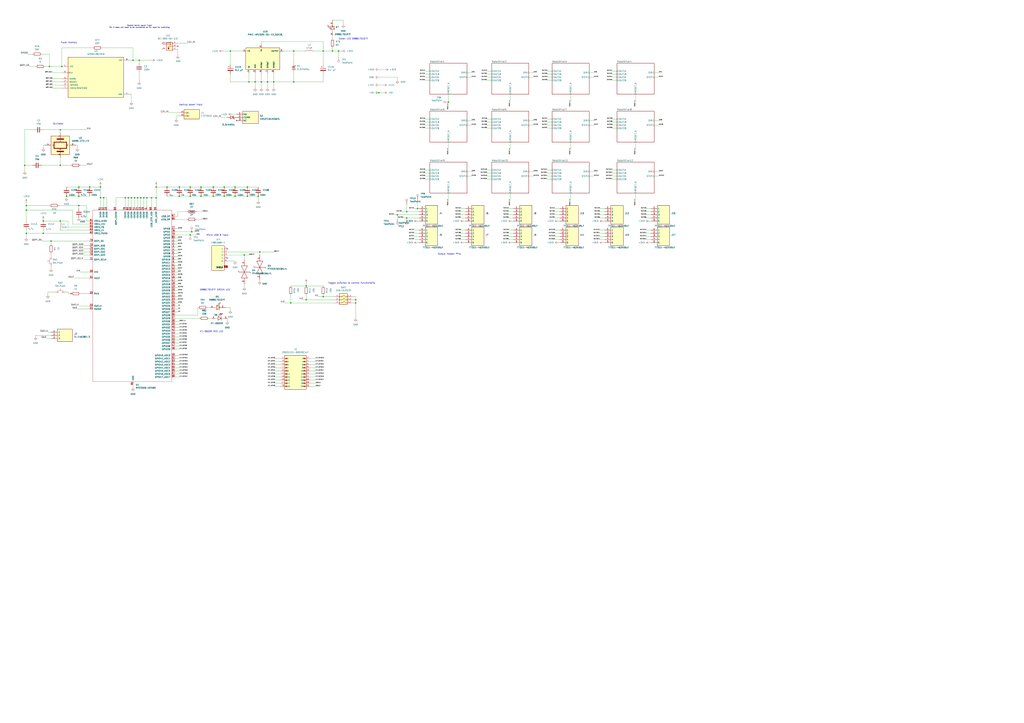
<source format=kicad_sch>
(kicad_sch (version 20250114) (generator "eeschema") (generator_version "9.0")
  (paper "A1")
  (text "5988170107F GREEN LED" (at 176.53 238.252 0) (effects (font (size 1.27 1.27))))
  (text "backup power input " (at 157.226 86.106 0) (effects (font (size 1.27 1.27))))
  (text "Toggle switches to control functionality\n" (at 288.798 232.664 0) (effects (font (size 1.27 1.27))))
  (text "Output Header Pins\n" (at 369.062 208.788 0) (effects (font (size 1.27 1.27))))
  (text "Micro USB B input\n" (at 178.562 193.294 0) (effects (font (size 1.27 1.27))))
  (text "Double barrel power input\nPin 3 does not need to be connected as its used for swtiching" (at 114.554 21.844 0) (effects (font (size 1.016 1.016))))
  (text "\nKT-0603R RED LED" (at 173.736 271.526 0) (effects (font (size 1.27 1.27))))
  (text "Flash memory\n" (at 56.642 35.052 0) (effects (font (size 1.27 1.27))))
  (text "Occilator\n" (at 47.752 101.854 0) (effects (font (size 1.27 1.27))))
  (text "Green LED 5988170107F" (at 290.322 32.004 0) (effects (font (size 1.27 1.27))))
  (junction (at 128.27 153.67))
  (junction (at 49.53 135.89))
  (junction (at 107.95 162.56))
  (junction (at 265.43 243.84))
  (junction (at 113.03 162.56))
  (junction (at 20.32 135.89))
  (junction (at 64.77 153.67))
  (junction (at 189.23 41.91))
  (junction (at 238.76 248.92))
  (junction (at 41.91 198.12))
  (junction (at 212.09 161.29))
  (junction (at 128.27 162.56))
  (junction (at 342.9 171.45))
  (junction (at 21.59 172.72))
  (junction (at 200.66 209.55))
  (junction (at 292.1 248.92))
  (junction (at 251.46 246.38))
  (junction (at 265.43 41.91))
  (junction (at 82.55 153.67))
  (junction (at 82.55 162.56))
  (junction (at 64.77 168.91))
  (junction (at 156.21 161.29))
  (junction (at 35.56 191.77))
  (junction (at 241.3 41.91))
  (junction (at 102.87 162.56))
  (junction (at 241.3 67.31))
  (junction (at 334.01 179.07))
  (junction (at 326.39 176.53))
  (junction (at 368.3 83.82))
  (junction (at 49.53 181.61))
  (junction (at 214.63 67.31))
  (junction (at 147.32 153.67))
  (junction (at 54.61 161.29))
  (junction (at 35.56 181.61))
  (junction (at 109.22 49.53))
  (junction (at 209.55 67.31))
  (junction (at 156.21 193.04))
  (junction (at 203.2 161.29))
  (junction (at 219.71 67.31))
  (junction (at 273.05 41.91))
  (junction (at 165.1 153.67))
  (junction (at 311.15 76.2))
  (junction (at 49.53 106.68))
  (junction (at 193.04 153.67))
  (junction (at 105.41 162.56))
  (junction (at 193.04 161.29))
  (junction (at 50.8 54.61))
  (junction (at 73.66 153.67))
  (junction (at 292.1 246.38))
  (junction (at 213.36 207.01))
  (junction (at 175.26 161.29))
  (junction (at 124.46 162.56))
  (junction (at 175.26 153.67))
  (junction (at 114.3 49.53))
  (junction (at 157.48 190.5))
  (junction (at 120.65 162.56))
  (junction (at 40.64 54.61))
  (junction (at 278.13 41.91))
  (junction (at 156.21 153.67))
  (junction (at 118.11 162.56))
  (junction (at 184.15 153.67))
  (junction (at 21.59 191.77))
  (junction (at 110.49 162.56))
  (junction (at 115.57 162.56))
  (junction (at 58.42 241.3))
  (junction (at 165.1 161.29))
  (junction (at 147.32 161.29))
  (junction (at 203.2 153.67))
  (junction (at 251.46 234.95))
  (junction (at 85.09 162.56))
  (junction (at 137.16 153.67))
  (junction (at 21.59 168.91))
  (junction (at 184.15 161.29))
  (junction (at 224.79 67.31))
  (junction (at 204.47 67.31))
  (junction (at 334.01 173.99))
  (junction (at 64.77 161.29))
  (no_connect (at 186.69 212.09))
  (no_connect (at 146.05 38.1))
  (no_connect (at 186.69 219.71))
  (no_connect (at 186.69 204.47))
  (wire (pts (xy 265.43 41.91) (xy 265.43 53.34)))
  (wire (pts (xy 110.49 170.18) (xy 110.49 162.56)))
  (wire (pts (xy 143.51 218.44) (xy 146.05 218.44)))
  (wire (pts (xy 214.63 36.83) (xy 214.63 34.29)))
  (wire (pts (xy 189.23 60.96) (xy 189.23 67.31)))
  (wire (pts (xy 106.68 77.47) (xy 107.95 77.47)))
  (wire (pts (xy 449.58 144.78) (xy 453.39 144.78)))
  (wire (pts (xy 434.34 99.06) (xy 438.15 99.06)))
  (wire (pts (xy 349.25 97.79) (xy 353.06 97.79)))
  (wire (pts (xy 468.63 116.84) (xy 468.63 121.92)))
  (wire (pts (xy 186.69 214.63) (xy 193.04 214.63)))
  (wire (pts (xy 334.01 167.64) (xy 334.01 173.99)))
  (wire (pts (xy 533.4 199.39) (xy 534.67 199.39)))
  (wire (pts (xy 434.34 63.5) (xy 438.15 63.5)))
  (wire (pts (xy 41.91 209.55) (xy 41.91 208.28)))
  (wire (pts (xy 226.06 314.96) (xy 229.87 314.96)))
  (wire (pts (xy 502.92 97.79) (xy 506.73 97.79)))
  (wire (pts (xy 203.2 153.67) (xy 212.09 153.67)))
  (wire (pts (xy 226.06 302.26) (xy 229.87 302.26)))
  (wire (pts (xy 143.51 200.66) (xy 146.05 200.66)))
  (wire (pts (xy 259.08 297.18) (xy 255.27 297.18)))
  (wire (pts (xy 265.43 67.31) (xy 265.43 60.96)))
  (wire (pts (xy 143.51 241.3) (xy 146.05 241.3)))
  (wire (pts (xy 342.9 199.39) (xy 344.17 199.39)))
  (wire (pts (xy 147.32 161.29) (xy 156.21 161.29)))
  (wire (pts (xy 219.71 67.31) (xy 224.79 67.31)))
  (wire (pts (xy 400.05 66.04) (xy 403.86 66.04)))
  (wire (pts (xy 495.3 181.61) (xy 496.57 181.61)))
  (wire (pts (xy 455.93 189.23) (xy 459.74 189.23)))
  (wire (pts (xy 137.16 153.67) (xy 147.32 153.67)))
  (wire (pts (xy 43.18 72.39) (xy 50.8 72.39)))
  (wire (pts (xy 35.56 191.77) (xy 21.59 191.77)))
  (wire (pts (xy 115.57 162.56) (xy 113.03 162.56)))
  (wire (pts (xy 278.13 41.91) (xy 280.67 41.91)))
  (wire (pts (xy 213.36 207.01) (xy 224.79 207.01)))
  (wire (pts (xy 24.13 54.61) (xy 29.21 54.61)))
  (wire (pts (xy 143.51 223.52) (xy 146.05 223.52)))
  (wire (pts (xy 383.54 59.69) (xy 387.35 59.69)))
  (wire (pts (xy 143.51 177.8) (xy 146.05 177.8)))
  (wire (pts (xy 143.51 279.4) (xy 147.32 279.4)))
  (wire (pts (xy 537.21 63.5) (xy 541.02 63.5)))
  (wire (pts (xy 226.06 309.88) (xy 229.87 309.88)))
  (wire (pts (xy 115.57 170.18) (xy 115.57 162.56)))
  (wire (pts (xy 420.37 181.61) (xy 421.64 181.61)))
  (wire (pts (xy 106.68 49.53) (xy 109.22 49.53)))
  (wire (pts (xy 143.51 274.32) (xy 147.32 274.32)))
  (wire (pts (xy 66.04 241.3) (xy 73.66 241.3)))
  (wire (pts (xy 219.71 67.31) (xy 219.71 72.39)))
  (wire (pts (xy 400.05 58.42) (xy 403.86 58.42)))
  (wire (pts (xy 87.63 162.56) (xy 85.09 162.56)))
  (wire (pts (xy 368.3 158.75) (xy 368.3 163.83)))
  (wire (pts (xy 502.92 102.87) (xy 506.73 102.87)))
  (wire (pts (xy 54.61 240.03) (xy 55.88 240.03)))
  (wire (pts (xy 29.21 275.59) (xy 29.21 276.86)))
  (wire (pts (xy 63.5 254) (xy 73.66 254)))
  (wire (pts (xy 349.25 139.7) (xy 353.06 139.7)))
  (wire (pts (xy 114.3 49.53) (xy 124.46 49.53)))
  (wire (pts (xy 41.91 275.59) (xy 29.21 275.59)))
  (wire (pts (xy 66.04 135.89) (xy 71.12 135.89)))
  (wire (pts (xy 502.92 60.96) (xy 506.73 60.96)))
  (wire (pts (xy 109.22 318.77) (xy 109.22 316.23)))
  (wire (pts (xy 449.58 139.7) (xy 453.39 139.7)))
  (wire (pts (xy 39.37 240.03) (xy 39.37 242.57)))
  (wire (pts (xy 39.37 240.03) (xy 44.45 240.03)))
  (wire (pts (xy 55.88 240.03) (xy 55.88 241.3)))
  (wire (pts (xy 143.51 271.78) (xy 147.32 271.78)))
  (wire (pts (xy 186.69 207.01) (xy 213.36 207.01)))
  (wire (pts (xy 114.3 49.53) (xy 114.3 52.07)))
  (wire (pts (xy 128.27 153.67) (xy 137.16 153.67)))
  (wire (pts (xy 40.64 54.61) (xy 40.64 44.45)))
  (wire (pts (xy 238.76 234.95) (xy 251.46 234.95)))
  (wire (pts (xy 278.13 41.91) (xy 278.13 46.99)))
  (wire (pts (xy 146.05 256.54) (xy 143.51 256.54)))
  (wire (pts (xy 49.53 135.89) (xy 58.42 135.89)))
  (wire (pts (xy 182.88 41.91) (xy 189.23 41.91)))
  (wire (pts (xy 265.43 41.91) (xy 273.05 41.91)))
  (wire (pts (xy 326.39 176.53) (xy 344.17 176.53)))
  (wire (pts (xy 204.47 59.69) (xy 204.47 67.31)))
  (wire (pts (xy 334.01 179.07) (xy 344.17 179.07)))
  (wire (pts (xy 342.9 163.83) (xy 342.9 171.45)))
  (wire (pts (xy 455.93 194.31) (xy 459.74 194.31)))
  (wire (pts (xy 458.47 199.39) (xy 459.74 199.39)))
  (wire (pts (xy 157.48 190.5) (xy 143.51 190.5)))
  (wire (pts (xy 226.06 317.5) (xy 229.87 317.5)))
  (wire (pts (xy 259.08 294.64) (xy 255.27 294.64)))
  (wire (pts (xy 241.3 41.91) (xy 241.3 52.07)))
  (wire (pts (xy 232.41 41.91) (xy 241.3 41.91)))
  (wire (pts (xy 331.47 179.07) (xy 334.01 179.07)))
  (wire (pts (xy 73.66 191.77) (xy 35.56 191.77)))
  (wire (pts (xy 349.25 63.5) (xy 353.06 63.5)))
  (wire (pts (xy 417.83 191.77) (xy 421.64 191.77)))
  (wire (pts (xy 224.79 67.31) (xy 224.79 59.69)))
  (wire (pts (xy 109.22 49.53) (xy 114.3 49.53)))
  (wire (pts (xy 95.25 162.56) (xy 102.87 162.56)))
  (wire (pts (xy 189.23 53.34) (xy 189.23 41.91)))
  (wire (pts (xy 21.59 189.23) (xy 21.59 191.77)))
  (wire (pts (xy 209.55 67.31) (xy 214.63 67.31)))
  (wire (pts (xy 143.51 220.98) (xy 146.05 220.98)))
  (wire (pts (xy 43.18 59.69) (xy 50.8 59.69)))
  (wire (pts (xy 226.06 304.8) (xy 229.87 304.8)))
  (wire (pts (xy 55.88 186.69) (xy 73.66 186.69)))
  (wire (pts (xy 161.29 180.34) (xy 166.37 180.34)))
  (wire (pts (xy 537.21 102.87) (xy 541.02 102.87)))
  (wire (pts (xy 193.04 153.67) (xy 203.2 153.67)))
  (wire (pts (xy 165.1 161.29) (xy 175.26 161.29)))
  (wire (pts (xy 60.96 228.6) (xy 73.66 228.6)))
  (wire (pts (xy 434.34 59.69) (xy 438.15 59.69)))
  (wire (pts (xy 194.31 93.98) (xy 190.5 93.98)))
  (wire (pts (xy 326.39 66.04) (xy 326.39 63.5)))
  (wire (pts (xy 143.51 228.6) (xy 146.05 228.6)))
  (wire (pts (xy 400.05 60.96) (xy 403.86 60.96)))
  (wire (pts (xy 383.54 102.87) (xy 387.35 102.87)))
  (wire (pts (xy 49.53 181.61) (xy 55.88 181.61)))
  (wire (pts (xy 349.25 66.04) (xy 353.06 66.04)))
  (wire (pts (xy 400.05 97.79) (xy 403.86 97.79)))
  (wire (pts (xy 41.91 198.12) (xy 41.91 200.66)))
  (wire (pts (xy 238.76 248.92) (xy 274.32 248.92)))
  (wire (pts (xy 20.32 106.68) (xy 20.32 135.89)))
  (wire (pts (xy 143.51 208.28) (xy 146.05 208.28)))
  (wire (pts (xy 34.29 135.89) (xy 49.53 135.89)))
  (wire (pts (xy 226.06 299.72) (xy 229.87 299.72)))
  (wire (pts (xy 162.56 259.08) (xy 143.51 259.08)))
  (wire (pts (xy 259.08 307.34) (xy 255.27 307.34)))
  (wire (pts (xy 502.92 100.33) (xy 506.73 100.33)))
  (wire (pts (xy 40.64 54.61) (xy 50.8 54.61)))
  (wire (pts (xy 214.63 59.69) (xy 214.63 67.31)))
  (wire (pts (xy 62.23 119.38) (xy 63.5 119.38)))
  (wire (pts (xy 530.86 173.99) (xy 534.67 173.99)))
  (wire (pts (xy 226.06 312.42) (xy 229.87 312.42)))
  (wire (pts (xy 502.92 144.78) (xy 506.73 144.78)))
  (wire (pts (xy 68.58 209.55) (xy 73.66 209.55)))
  (wire (pts (xy 537.21 99.06) (xy 541.02 99.06)))
  (wire (pts (xy 340.36 194.31) (xy 344.17 194.31)))
  (wire (pts (xy 434.34 102.87) (xy 438.15 102.87)))
  (wire (pts (xy 189.23 41.91) (xy 199.39 41.91)))
  (wire (pts (xy 50.8 39.37) (xy 76.2 39.37)))
  (wire (pts (xy 492.76 176.53) (xy 496.57 176.53)))
  (wire (pts (xy 146.05 254) (xy 143.51 254)))
  (wire (pts (xy 107.95 77.47) (xy 107.95 83.82)))
  (wire (pts (xy 274.32 243.84) (xy 265.43 243.84)))
  (wire (pts (xy 417.83 176.53) (xy 421.64 176.53)))
  (wire (pts (xy 449.58 147.32) (xy 453.39 147.32)))
  (wire (pts (xy 64.77 161.29) (xy 73.66 161.29)))
  (wire (pts (xy 340.36 189.23) (xy 344.17 189.23)))
  (wire (pts (xy 143.51 226.06) (xy 146.05 226.06)))
  (wire (pts (xy 95.25 170.18) (xy 95.25 162.56)))
  (wire (pts (xy 378.46 173.99) (xy 382.27 173.99)))
  (wire (pts (xy 241.3 41.91) (xy 250.19 41.91)))
  (wire (pts (xy 35.56 189.23) (xy 35.56 191.77)))
  (wire (pts (xy 381 199.39) (xy 382.27 199.39)))
  (wire (pts (xy 71.12 181.61) (xy 71.12 168.91)))
  (wire (pts (xy 82.55 162.56) (xy 85.09 162.56)))
  (wire (pts (xy 378.46 189.23) (xy 382.27 189.23)))
  (wire (pts (xy 21.59 172.72) (xy 59.69 172.72)))
  (wire (pts (xy 34.29 198.12) (xy 41.91 198.12)))
  (wire (pts (xy 156.21 161.29) (xy 165.1 161.29)))
  (wire (pts (xy 340.36 171.45) (xy 342.9 171.45)))
  (wire (pts (xy 455.93 179.07) (xy 459.74 179.07)))
  (wire (pts (xy 259.08 312.42) (xy 255.27 312.42)))
  (wire (pts (xy 400.05 139.7) (xy 403.86 139.7)))
  (wire (pts (xy 143.51 264.16) (xy 147.32 264.16)))
  (wire (pts (xy 273.05 29.21) (xy 273.05 31.75)))
  (wire (pts (xy 241.3 67.31) (xy 265.43 67.31)))
  (wire (pts (xy 342.9 171.45) (xy 344.17 171.45)))
  (wire (pts (xy 109.22 39.37) (xy 109.22 49.53)))
  (wire (pts (xy 143.51 248.92) (xy 146.05 248.92)))
  (wire (pts (xy 143.51 269.24) (xy 147.32 269.24)))
  (wire (pts (xy 259.08 302.26) (xy 255.27 302.26)))
  (wire (pts (xy 537.21 59.69) (xy 541.02 59.69)))
  (wire (pts (xy 289.56 243.84) (xy 292.1 243.84)))
  (wire (pts (xy 203.2 161.29) (xy 212.09 161.29)))
  (wire (pts (xy 49.53 189.23) (xy 73.66 189.23)))
  (wire (pts (xy 492.76 196.85) (xy 496.57 196.85)))
  (wire (pts (xy 209.55 59.69) (xy 209.55 67.31)))
  (wire (pts (xy 143.51 238.76) (xy 146.05 238.76)))
  (wire (pts (xy 349.25 144.78) (xy 353.06 144.78)))
  (wire (pts (xy 383.54 144.78) (xy 387.35 144.78)))
  (wire (pts (xy 143.51 198.12) (xy 146.05 198.12)))
  (wire (pts (xy 224.79 67.31) (xy 241.3 67.31)))
  (wire (pts (xy 189.23 255.27) (xy 189.23 252.73)))
  (wire (pts (xy 537.21 140.97) (xy 541.02 140.97)))
  (wire (pts (xy 226.06 294.64) (xy 229.87 294.64)))
  (wire (pts (xy 22.86 44.45) (xy 26.67 44.45)))
  (wire (pts (xy 495.3 199.39) (xy 496.57 199.39)))
  (wire (pts (xy 186.69 264.16) (xy 186.69 261.62)))
  (wire (pts (xy 143.51 261.62) (xy 163.83 261.62)))
  (wire (pts (xy 349.25 58.42) (xy 353.06 58.42)))
  (wire (pts (xy 147.32 95.25) (xy 144.78 95.25)))
  (wire (pts (xy 41.91 219.71) (xy 41.91 220.98)))
  (wire (pts (xy 184.15 153.67) (xy 193.04 153.67)))
  (wire (pts (xy 128.27 170.18) (xy 128.27 162.56)))
  (wire (pts (xy 54.61 153.67) (xy 64.77 153.67)))
  (wire (pts (xy 224.79 67.31) (xy 224.79 72.39)))
  (wire (pts (xy 342.9 181.61) (xy 344.17 181.61)))
  (wire (pts (xy 73.66 153.67) (xy 82.55 153.67)))
  (wire (pts (xy 147.32 266.7) (xy 143.51 266.7)))
  (wire (pts (xy 21.59 172.72) (xy 21.59 181.61)))
  (wire (pts (xy 449.58 97.79) (xy 453.39 97.79)))
  (wire (pts (xy 248.92 246.38) (xy 251.46 246.38)))
  (wire (pts (xy 143.51 236.22) (xy 146.05 236.22)))
  (wire (pts (xy 58.42 241.3) (xy 59.69 241.3)))
  (wire (pts (xy 368.3 77.47) (xy 368.3 83.82)))
  (wire (pts (xy 113.03 162.56) (xy 110.49 162.56)))
  (wire (pts (xy 35.56 180.34) (xy 35.56 181.61)))
  (wire (pts (xy 449.58 100.33) (xy 453.39 100.33)))
  (wire (pts (xy 160.02 190.5) (xy 157.48 190.5)))
  (wire (pts (xy 66.04 223.52) (xy 73.66 223.52)))
  (wire (pts (xy 146.05 187.96) (xy 143.51 187.96)))
  (wire (pts (xy 226.06 297.18) (xy 229.87 297.18)))
  (wire (pts (xy 368.3 116.84) (xy 368.3 121.92)))
  (wire (pts (xy 265.43 34.29) (xy 265.43 41.91)))
  (wire (pts (xy 251.46 234.95) (xy 265.43 234.95)))
  (wire (pts (xy 50.8 39.37) (xy 50.8 54.61)))
  (wire (pts (xy 43.18 64.77) (xy 50.8 64.77)))
  (wire (pts (xy 241.3 67.31) (xy 241.3 59.69)))
  (wire (pts (xy 378.46 194.31) (xy 382.27 194.31)))
  (wire (pts (xy 143.51 299.72) (xy 147.32 299.72)))
  (wire (pts (xy 114.3 59.69) (xy 114.3 67.31)))
  (wire (pts (xy 186.69 209.55) (xy 200.66 209.55)))
  (wire (pts (xy 49.53 106.68) (xy 49.53 109.22)))
  (wire (pts (xy 143.51 203.2) (xy 146.05 203.2)))
  (wire (pts (xy 128.27 152.4) (xy 128.27 153.67)))
  (wire (pts (xy 41.91 198.12) (xy 73.66 198.12)))
  (wire (pts (xy 102.87 162.56) (xy 105.41 162.56)))
  (wire (pts (xy 330.2 173.99) (xy 334.01 173.99)))
  (wire (pts (xy 219.71 59.69) (xy 219.71 67.31)))
  (wire (pts (xy 137.16 161.29) (xy 147.32 161.29)))
  (wire (pts (xy 468.63 77.47) (xy 468.63 82.55)))
  (wire (pts (xy 82.55 152.4) (xy 82.55 153.67)))
  (wire (pts (xy 26.67 135.89) (xy 20.32 135.89)))
  (wire (pts (xy 449.58 102.87) (xy 453.39 102.87)))
  (wire (pts (xy 55.88 241.3) (xy 58.42 241.3)))
  (wire (pts (xy 238.76 242.57) (xy 238.76 248.92)))
  (wire (pts (xy 502.92 58.42) (xy 506.73 58.42)))
  (wire (pts (xy 340.36 196.85) (xy 344.17 196.85)))
  (wire (pts (xy 417.83 196.85) (xy 421.64 196.85)))
  (wire (pts (xy 120.65 170.18) (xy 120.65 162.56)))
  (wire (pts (xy 118.11 162.56) (xy 120.65 162.56)))
  (wire (pts (xy 257.81 41.91) (xy 265.43 41.91)))
  (wire (pts (xy 49.53 129.54) (xy 49.53 135.89)))
  (wire (pts (xy 289.56 246.38) (xy 292.1 246.38)))
  (wire (pts (xy 107.95 170.18) (xy 107.95 162.56)))
  (wire (pts (xy 292.1 243.84) (xy 292.1 246.38)))
  (wire (pts (xy 378.46 196.85) (xy 382.27 196.85)))
  (wire (pts (xy 143.51 292.1) (xy 147.32 292.1)))
  (wire (pts (xy 349.25 102.87) (xy 353.06 102.87)))
  (wire (pts (xy 161.29 173.99) (xy 166.37 173.99)))
  (wire (pts (xy 378.46 176.53) (xy 382.27 176.53)))
  (wire (pts (xy 143.51 205.74) (xy 146.05 205.74)))
  (wire (pts (xy 36.83 119.38) (xy 35.56 119.38)))
  (wire (pts (xy 143.51 284.48) (xy 147.32 284.48)))
  (wire (pts (xy 521.97 77.47) (xy 521.97 82.55)))
  (wire (pts (xy 419.1 158.75) (xy 419.1 163.83)))
  (wire (pts (xy 273.05 16.51) (xy 281.94 16.51)))
  (wire (pts (xy 326.39 180.34) (xy 326.39 176.53)))
  (wire (pts (xy 85.09 162.56) (xy 85.09 170.18)))
  (wire (pts (xy 144.78 95.25) (xy 144.78 97.79)))
  (wire (pts (xy 334.01 179.07) (xy 334.01 180.34)))
  (wire (pts (xy 200.66 233.68) (xy 200.66 236.22)))
  (wire (pts (xy 400.05 105.41) (xy 403.86 105.41)))
  (wire (pts (xy 311.15 76.2) (xy 314.96 76.2)))
  (wire (pts (xy 189.23 67.31) (xy 204.47 67.31)))
  (wire (pts (xy 323.85 176.53) (xy 326.39 176.53)))
  (wire (pts (xy 502.92 139.7) (xy 506.73 139.7)))
  (wire (pts (xy 21.59 168.91) (xy 40.64 168.91)))
  (wire (pts (xy 143.51 304.8) (xy 147.32 304.8)))
  (wire (pts (xy 502.92 105.41) (xy 506.73 105.41)))
  (wire (pts (xy 492.76 171.45) (xy 496.57 171.45)))
  (wire (pts (xy 48.26 168.91) (xy 64.77 168.91)))
  (wire (pts (xy 143.51 307.34) (xy 147.32 307.34)))
  (wire (pts (xy 156.21 153.67) (xy 165.1 153.67)))
  (wire (pts (xy 292.1 248.92) (xy 292.1 261.62)))
  (wire (pts (xy 212.09 161.29) (xy 212.09 165.1)))
  (wire (pts (xy 82.55 153.67) (xy 82.55 162.56)))
  (wire (pts (xy 255.27 317.5) (xy 259.08 317.5)))
  (wire (pts (xy 68.58 213.36) (xy 73.66 213.36)))
  (wire (pts (xy 146.05 35.56) (xy 153.67 35.56)))
  (wire (pts (xy 36.83 54.61) (xy 40.64 54.61)))
  (wire (pts (xy 419.1 116.84) (xy 419.1 121.92)))
  (wire (pts (xy 292.1 246.38) (xy 292.1 248.92)))
  (wire (pts (xy 20.32 106.68) (xy 27.94 106.68)))
  (wire (pts (xy 156.21 193.04) (xy 161.29 193.04)))
  (wire (pts (xy 251.46 232.41) (xy 251.46 234.95)))
  (wire (pts (xy 226.06 307.34) (xy 229.87 307.34)))
  (wire (pts (xy 417.83 189.23) (xy 421.64 189.23)))
  (wire (pts (xy 21.59 168.91) (xy 21.59 172.72)))
  (wire (pts (xy 73.66 181.61) (xy 71.12 181.61)))
  (wire (pts (xy 102.87 170.18) (xy 102.87 162.56)))
  (wire (pts (xy 82.55 162.56) (xy 82.55 170.18)))
  (wire (pts (xy 400.05 102.87) (xy 403.86 102.87)))
  (wire (pts (xy 417.83 179.07) (xy 421.64 179.07)))
  (wire (pts (xy 449.58 66.04) (xy 453.39 66.04)))
  (wire (pts (xy 204.47 67.31) (xy 209.55 67.31)))
  (wire (pts (xy 434.34 144.78) (xy 438.15 144.78)))
  (wire (pts (xy 120.65 162.56) (xy 124.46 162.56)))
  (wire (pts (xy 49.53 106.68) (xy 71.12 106.68)))
  (wire (pts (xy 458.47 181.61) (xy 459.74 181.61)))
  (wire (pts (xy 259.08 299.72) (xy 255.27 299.72)))
  (wire (pts (xy 349.25 100.33) (xy 353.06 100.33)))
  (wire (pts (xy 334.01 173.99) (xy 344.17 173.99)))
  (wire (pts (xy 383.54 99.06) (xy 387.35 99.06)))
  (wire (pts (xy 143.51 246.38) (xy 146.05 246.38)))
  (wire (pts (xy 59.69 184.15) (xy 59.69 172.72)))
  (wire (pts (xy 110.49 162.56) (xy 107.95 162.56)))
  (wire (pts (xy 68.58 207.01) (xy 73.66 207.01)))
  (wire (pts (xy 165.1 153.67) (xy 175.26 153.67)))
  (wire (pts (xy 308.61 76.2) (xy 311.15 76.2)))
  (wire (pts (xy 143.51 294.64) (xy 147.32 294.64)))
  (wire (pts (xy 349.25 105.41) (xy 353.06 105.41)))
  (wire (pts (xy 261.62 243.84) (xy 265.43 243.84)))
  (wire (pts (xy 292.1 248.92) (xy 289.56 248.92)))
  (wire (pts (xy 368.3 83.82) (xy 368.3 85.09)))
  (wire (pts (xy 483.87 144.78) (xy 487.68 144.78)))
  (wire (pts (xy 68.58 201.93) (xy 73.66 201.93)))
  (wire (pts (xy 521.97 158.75) (xy 521.97 163.83)))
  (wire (pts (xy 87.63 170.18) (xy 87.63 162.56)))
  (wire (pts (xy 143.51 193.04) (xy 156.21 193.04)))
  (wire (pts (xy 193.04 161.29) (xy 203.2 161.29)))
  (wire (pts (xy 35.56 106.68) (xy 49.53 106.68)))
  (wire (pts (xy 172.72 252.73) (xy 170.18 252.73)))
  (wire (pts (xy 378.46 179.07) (xy 382.27 179.07)))
  (wire (pts (xy 175.26 161.29) (xy 184.15 161.29)))
  (wire (pts (xy 113.03 170.18) (xy 113.03 162.56)))
  (wire (pts (xy 35.56 119.38) (xy 35.56 121.92)))
  (wire (pts (xy 340.36 191.77) (xy 344.17 191.77)))
  (wire (pts (xy 143.51 243.84) (xy 146.05 243.84)))
  (wire (pts (xy 64.77 168.91) (xy 71.12 168.91)))
  (wire (pts (xy 233.68 248.92) (xy 238.76 248.92)))
  (wire (pts (xy 143.51 302.26) (xy 147.32 302.26)))
  (wire (pts (xy 400.05 142.24) (xy 403.86 142.24)))
  (wire (pts (xy 449.58 105.41) (xy 453.39 105.41)))
  (wire (pts (xy 146.05 177.8) (xy 146.05 173.99)))
  (wire (pts (xy 449.58 58.42) (xy 453.39 58.42)))
  (wire (pts (xy 492.76 173.99) (xy 496.57 173.99)))
  (wire (pts (xy 455.93 176.53) (xy 459.74 176.53)))
  (wire (pts (xy 530.86 176.53) (xy 534.67 176.53)))
  (wire (pts (xy 147.32 153.67) (xy 156.21 153.67)))
  (wire (pts (xy 213.36 231.14) (xy 213.36 229.87)))
  (wire (pts (xy 533.4 181.61) (xy 534.67 181.61)))
  (wire (pts (xy 143.51 297.18) (xy 147.32 297.18)))
  (wire (pts (xy 326.39 63.5) (xy 311.15 63.5)))
  (wire (pts (xy 530.86 189.23) (xy 534.67 189.23)))
  (wire (pts (xy 400.05 63.5) (xy 403.86 63.5)))
  (wire (pts (xy 146.05 40.64) (xy 146.05 45.72)))
  (wire (pts (xy 530.86 196.85) (xy 534.67 196.85)))
  (wire (pts (xy 200.66 209.55) (xy 204.47 209.55)))
  (wire (pts (xy 128.27 153.67) (xy 128.27 162.56)))
  (wire (pts (xy 420.37 199.39) (xy 421.64 199.39)))
  (wire (pts (xy 349.25 142.24) (xy 353.06 142.24)))
  (wire (pts (xy 128.27 162.56) (xy 124.46 162.56)))
  (wire (pts (xy 419.1 77.47) (xy 419.1 82.55)))
  (wire (pts (xy 492.76 189.23) (xy 496.57 189.23)))
  (wire (pts (xy 64.77 251.46) (xy 73.66 251.46)))
  (wire (pts (xy 314.96 69.85) (xy 311.15 69.85)))
  (wire (pts (xy 185.42 252.73) (xy 189.23 252.73)))
  (wire (pts (xy 449.58 60.96) (xy 453.39 60.96)))
  (wire (pts (xy 483.87 63.5) (xy 487.68 63.5)))
  (wire (pts (xy 259.08 304.8) (xy 255.27 304.8)))
  (wire (pts (xy 64.77 168.91) (xy 64.77 171.45)))
  (wire (pts (xy 530.86 171.45) (xy 534.67 171.45)))
  (wire (pts (xy 349.25 147.32) (xy 353.06 147.32)))
  (wire (pts (xy 162.56 252.73) (xy 162.56 259.08)))
  (wire (pts (xy 483.87 59.69) (xy 487.68 59.69)))
  (wire (pts (xy 502.92 142.24) (xy 506.73 142.24)))
  (wire (pts (xy 118.11 162.56) (xy 115.57 162.56)))
  (wire (pts (xy 143.51 213.36) (xy 146.05 213.36)))
  (wire (pts (xy 124.46 170.18) (xy 124.46 162.56)))
  (wire (pts (xy 143.51 195.58) (xy 146.05 195.58)))
  (wire (pts (xy 311.15 57.15) (xy 316.23 57.15)))
  (wire (pts (xy 417.83 173.99) (xy 421.64 173.99)))
  (wire (pts (xy 143.51 281.94) (xy 147.32 281.94)))
  (wire (pts (xy 492.76 194.31) (xy 496.57 194.31)))
  (wire (pts (xy 434.34 140.97) (xy 438.15 140.97)))
  (wire (pts (xy 143.51 215.9) (xy 146.05 215.9)))
  (wire (pts (xy 105.41 162.56) (xy 105.41 170.18)))
  (wire (pts (xy 43.18 67.31) (xy 50.8 67.31)))
  (wire (pts (xy 417.83 171.45) (xy 421.64 171.45)))
  (wire (pts (xy 251.46 242.57) (xy 251.46 246.38)))
  (wire (pts (xy 209.55 67.31) (xy 209.55 72.39)))
  (wire (pts (xy 39.37 273.05) (xy 41.91 273.05)))
  (wire (pts (xy 181.61 96.52) (xy 186.69 96.52)))
  (wire (pts (xy 530.86 191.77) (xy 534.67 191.77)))
  (wire (pts (xy 400.05 100.33) (xy 403.86 100.33)))
  (wire (pts (xy 54.61 161.29) (xy 64.77 161.29)))
  (wire (pts (xy 281.94 16.51) (xy 281.94 20.32)))
  (wire (pts (xy 502.92 147.32) (xy 506.73 147.32)))
  (wire (pts (xy 107.95 162.56) (xy 105.41 162.56)))
  (wire (pts (xy 20.32 135.89) (xy 20.32 140.97)))
  (wire (pts (xy 34.29 44.45) (xy 40.64 44.45)))
  (wire (pts (xy 184.15 161.29) (xy 193.04 161.29)))
  (wire (pts (xy 146.05 251.46) (xy 143.51 251.46)))
  (wire (pts (xy 349.25 60.96) (xy 353.06 60.96)))
  (wire (pts (xy 143.51 231.14) (xy 146.05 231.14)))
  (wire (pts (xy 530.86 194.31) (xy 534.67 194.31)))
  (wire (pts (xy 455.93 171.45) (xy 459.74 171.45)))
  (wire (pts (xy 21.59 195.58) (xy 21.59 191.77)))
  (wire (pts (xy 378.46 171.45) (xy 382.27 171.45)))
  (wire (pts (xy 468.63 158.75) (xy 468.63 163.83)))
  (wire (pts (xy 146.05 173.99) (xy 153.67 173.99)))
  (wire (pts (xy 483.87 99.06) (xy 487.68 99.06)))
  (wire (pts (xy 64.77 153.67) (xy 73.66 153.67)))
  (wire (pts (xy 455.93 173.99) (xy 459.74 173.99)))
  (wire (pts (xy 483.87 140.97) (xy 487.68 140.97)))
  (wire (pts (xy 455.93 191.77) (xy 459.74 191.77)))
  (wire (pts (xy 38.1 278.13) (xy 41.91 278.13)))
  (wire (pts (xy 537.21 144.78) (xy 541.02 144.78)))
  (wire (pts (xy 492.76 179.07) (xy 496.57 179.07)))
  (wire (pts (xy 455.93 196.85) (xy 459.74 196.85)))
  (wire (pts (xy 449.58 142.24) (xy 453.39 142.24)))
  (wire (pts (xy 400.05 147.32) (xy 403.86 147.32)))
  (wire (pts (xy 214.63 34.29) (xy 265.43 34.29)))
  (wire (pts (xy 502.92 66.04) (xy 506.73 66.04)))
  (wire (pts (xy 200.66 209.55) (xy 200.66 213.36)))
  (wire (pts (xy 273.05 41.91) (xy 278.13 41.91)))
  (wire (pts (xy 449.58 63.5) (xy 453.39 63.5)))
  (wire (pts (xy 63.5 119.38) (xy 63.5 121.92)))
  (wire (pts (xy 143.51 309.88) (xy 147.32 309.88)))
  (wire (pts (xy 273.05 39.37) (xy 273.05 41.91)))
  (wire (pts (xy 55.88 181.61) (xy 55.88 186.69)))
  (wire (pts (xy 502.92 63.5) (xy 506.73 63.5)))
  (wire (pts (xy 400.05 144.78) (xy 403.86 144.78)))
  (wire (pts (xy 492.76 191.77) (xy 496.57 191.77)))
  (wire (pts (xy 143.51 287.02) (xy 147.32 287.02)))
  (wire (pts (xy 143.51 210.82) (xy 146.05 210.82)))
  (wire (pts (xy 138.43 92.71) (xy 147.32 92.71)))
  (wire (pts (xy 274.32 246.38) (xy 251.46 246.38)))
  (wire (pts (xy 383.54 63.5) (xy 387.35 63.5)))
  (wire (pts (xy 378.46 191.77) (xy 382.27 191.77)))
  (wire (pts (xy 530.86 179.07) (xy 534.67 179.07)))
  (wire (pts (xy 265.43 243.84) (xy 265.43 242.57)))
  (wire (pts (xy 175.26 153.67) (xy 184.15 153.67)))
  (wire (pts (xy 118.11 170.18) (xy 118.11 162.56)))
  (wire (pts (xy 483.87 102.87) (xy 487.68 102.87)))
  (wire (pts (xy 255.27 314.96) (xy 259.08 314.96)))
  (wire (pts (xy 54.61 161.29) (xy 54.61 162.56)))
  (wire (pts (xy 214.63 67.31) (xy 219.71 67.31)))
  (wire (pts (xy 21.59 166.37) (xy 21.59 168.91)))
  (wire (pts (xy 143.51 233.68) (xy 146.05 233.68)))
  (wire (pts (xy 381 181.61) (xy 382.27 181.61)))
  (wire (pts (xy 35.56 181.61) (xy 49.53 181.61)))
  (wire (pts (xy 214.63 67.31) (xy 214.63 72.39)))
  (wire (pts (xy 143.51 276.86) (xy 147.32 276.86)))
  (wire (pts (xy 143.51 180.34) (xy 153.67 180.34)))
  (wire (pts (xy 213.36 207.01) (xy 213.36 209.55)))
  (wire (pts (xy 521.97 116.84) (xy 521.97 121.92)))
  (wire (pts (xy 83.82 39.37) (xy 109.22 39.37)))
  (wire (pts (xy 68.58 204.47) (xy 73.66 204.47)))
  (wire (pts (xy 173.99 261.62) (xy 171.45 261.62)))
  (wire (pts (xy 259.08 309.88) (xy 255.27 309.88)))
  (wire (pts (xy 417.83 194.31) (xy 421.64 194.31)))
  (wire (pts (xy 59.69 184.15) (xy 73.66 184.15)))
  (wire (pts (xy 383.54 140.97) (xy 387.35 140.97)))
  (wire (pts (xy 43.18 69.85) (xy 50.8 69.85)))
  (label "DIR5" (at 387.35 99.06 0) (effects (font (size 0.762 0.762))))
  (label "DIR1" (at 161.29 193.04 0) (effects (font (size 0.762 0.762))))
  (label "OUT2B11" (at 492.76 196.85 180) (effects (font (size 0.762 0.762))))
  (label "In2" (at 248.92 246.38 180))
  (label "EXT_GPIO8" (at 226.06 314.96 180) (effects (font (size 0.762 0.762))))
  (label "DIR7" (at 487.68 99.06 0) (effects (font (size 0.762 0.762))))
  (label "EXT_GPIO13" (at 259.08 302.26 0) (effects (font (size 0.762 0.762))))
  (label "OUT1B11" (at 449.58 142.24 180) (effects (font (size 0.762 0.762))))
  (label "OUT1A5" (at 492.76 171.45 180) (effects (font (size 0.762 0.762))))
  (label "STEP8" (at 146.05 226.06 0) (effects (font (size 0.762 0.762))))
  (label "RESET_N" (at 468.63 82.55 270) (effects (font (size 0.762 0.762))))
  (label "OUT2B3" (at 449.58 66.04 180) (effects (font (size 0.762 0.762))))
  (label "STEP11" (at 146.05 241.3 0) (effects (font (size 0.762 0.762))))
  (label "STEP6" (at 438.15 102.87 0) (effects (font (size 0.762 0.762))))
  (label "OUT1A1" (at 340.36 171.45 180) (effects (font (size 0.762 0.762))))
  (label "USB_D+" (at 259.08 314.96 0) (effects (font (size 0.762 0.762))))
  (label "EXT_GPIO4" (at 147.32 274.32 0) (effects (font (size 0.762 0.762))))
  (label "In3" (at 233.68 248.92 180))
  (label "EXT_GPIO11" (at 147.32 294.64 0) (effects (font (size 0.762 0.762))))
  (label "OUT1B6" (at 530.86 173.99 180) (effects (font (size 0.762 0.762))))
  (label "OUT1B7" (at 340.36 191.77 180) (effects (font (size 0.762 0.762))))
  (label "USB_D-" (at 224.79 207.01 0) (effects (font (size 0.762 0.762))))
  (label "EXT_GPIO3" (at 226.06 302.26 180) (effects (font (size 0.762 0.762))))
  (label "OUT2B10" (at 455.93 196.85 180) (effects (font (size 0.762 0.762))))
  (label "OUT2A10" (at 400.05 144.78 180) (effects (font (size 0.762 0.762))))
  (label "EXT_GPIO14" (at 259.08 304.8 0) (effects (font (size 0.762 0.762))))
  (label "OUT1B12" (at 530.86 191.77 180) (effects (font (size 0.762 0.762))))
  (label "STEP7" (at 146.05 220.98 0) (effects (font (size 0.762 0.762))))
  (label "DIR10" (at 438.15 140.97 0) (effects (font (size 0.762 0.762))))
  (label "OUT1B7" (at 449.58 100.33 180) (effects (font (size 0.762 0.762))))
  (label "OUT2A7" (at 340.36 194.31 180) (effects (font (size 0.762 0.762))))
  (label "STEP4" (at 146.05 205.74 0) (effects (font (size 0.762 0.762))))
  (label "XOUT" (at 71.12 135.89 0))
  (label "OUT2A12" (at 502.92 144.78 180) (effects (font (size 0.762 0.762))))
  (label "DIR6" (at 146.05 218.44 0) (effects (font (size 0.762 0.762))))
  (label "OUT2B7" (at 340.36 196.85 180) (effects (font (size 0.762 0.762))))
  (label "SWCLK" (at 39.37 273.05 180))
  (label "OUT1B2" (at 378.46 173.99 180) (effects (font (size 0.762 0.762))))
  (label "RESET_N" (at 419.1 163.83 270) (effects (font (size 0.762 0.762))))
  (label "OUT1B8" (at 378.46 191.77 180) (effects (font (size 0.762 0.762))))
  (label "QSPI_SD1" (at 43.18 67.31 180) (effects (font (size 0.762 0.762))))
  (label "OUT2A1" (at 349.25 63.5 180) (effects (font (size 0.762 0.762))))
  (label "OUT1A12" (at 530.86 189.23 180) (effects (font (size 0.762 0.762))))
  (label "SWD" (at 38.1 278.13 180))
  (label "12V_IN" (at 153.67 35.56 0))
  (label "USB_D+" (at 166.37 173.99 0) (effects (font (size 0.762 0.762))))
  (label "USB_D+" (at 204.47 209.55 0) (effects (font (size 0.762 0.762))))
  (label "EXT_GPIO9" (at 226.06 317.5 180) (effects (font (size 0.762 0.762))))
  (label "OUT2B7" (at 449.58 105.41 180) (effects (font (size 0.762 0.762))))
  (label "STEP5" (at 387.35 102.87 0) (effects (font (size 0.762 0.762))))
  (label "In1" (at 146.05 251.46 0) (effects (font (size 0.762 0.762))))
  (label "QSPI_SD3" (at 68.58 209.55 180))
  (label "OUT2A9" (at 417.83 194.31 180) (effects (font (size 0.762 0.762))))
  (label "OUT1B1" (at 330.2 173.99 180) (effects (font (size 0.762 0.762))))
  (label "OUT1A10" (at 455.93 189.23 180) (effects (font (size 0.762 0.762))))
  (label "OUT1A3" (at 449.58 58.42 180) (effects (font (size 0.762 0.762))))
  (label "DIR8" (at 541.02 99.06 0) (effects (font (size 0.762 0.762))))
  (label "OUT1B2" (at 400.05 60.96 180) (effects (font (size 0.762 0.762))))
  (label "STEP12" (at 541.02 144.78 0) (effects (font (size 0.762 0.762))))
  (label "EXT_GPIO4" (at 226.06 304.8 180) (effects (font (size 0.762 0.762))))
  (label "EXT_GPIO1" (at 226.06 297.18 180) (effects (font (size 0.762 0.762))))
  (label "EXT_GPIO13" (at 147.32 299.72 0) (effects (font (size 0.762 0.762))))
  (label "EXT_GPIO7" (at 226.06 312.42 180) (effects (font (size 0.762 0.762))))
  (label "OUT1A8" (at 378.46 189.23 180) (effects (font (size 0.762 0.762))))
  (label "QSPI_SD0" (at 68.58 201.93 180))
  (label "RESET_N" (at 521.97 82.55 270) (effects (font (size 0.762 0.762))))
  (label "RESET_N" (at 468.63 121.92 270) (effects (font (size 0.762 0.762))))
  (label "QSPI_SD2" (at 43.18 69.85 180) (effects (font (size 0.762 0.762))))
  (label "OUT1A9" (at 349.25 139.7 180) (effects (font (size 0.762 0.762))))
  (label "QSPI_SCLK" (at 68.58 213.36 180))
  (label "STEP4" (at 541.02 63.5 0) (effects (font (size 0.762 0.762))))
  (label "OUT2A2" (at 400.05 63.5 180) (effects (font (size 0.762 0.762))))
  (label "DIR4" (at 146.05 208.28 0) (effects (font (size 0.762 0.762))))
  (label "GPIO0" (at 22.86 44.45 180))
  (label "OUT1A7" (at 449.58 97.79 180) (effects (font (size 0.762 0.762))))
  (label "OUT1A10" (at 400.05 139.7 180) (effects (font (size 0.762 0.762))))
  (label "STEP1" (at 387.35 63.5 0) (effects (font (size 0.762 0.762))))
  (label "RESET_N" (at 147.32 264.16 0) (effects (font (size 0.762 0.762))))
  (label "EXT_GPIO16" (at 147.32 307.34 0) (effects (font (size 0.762 0.762))))
  (label "OUT1A7" (at 340.36 189.23 180) (effects (font (size 0.762 0.762))))
  (label "OUT2A5" (at 492.76 176.53 180) (effects (font (size 0.762 0.762))))
  (label "DIR1" (at 387.35 59.69 0) (effects (font (size 0.762 0.762))))
  (label "DIR7" (at 146.05 223.52 0) (effects (font (size 0.762 0.762))))
  (label "EXT_GPIO15" (at 147.32 304.8 0) (effects (font (size 0.762 0.762))))
  (label "OUT2A4" (at 502.92 63.5 180) (effects (font (size 0.762 0.762))))
  (label "XIN" (at 71.12 106.68 0))
  (label "EXT_GPIO16" (at 259.08 309.88 0) (effects (font (size 0.762 0.762))))
  (label "EXT_GPIO0" (at 226.06 294.64 180) (effects (font (size 0.762 0.762))))
  (label "OUT2B11" (at 449.58 147.32 180) (effects (font (size 0.762 0.762))))
  (label "OUT1A1" (at 349.25 58.42 180) (effects (font (size 0.762 0.762))))
  (label "STEP2" (at 146.05 195.58 0) (effects (font (size 0.762 0.762))))
  (label "DIR9" (at 387.35 140.97 0) (effects (font (size 0.762 0.762))))
  (label "QSPI_SS" (at 34.29 198.12 180))
  (label "EXT_GPIO2" (at 147.32 269.24 0) (effects (font (size 0.762 0.762))))
  (label "OUT1B5" (at 349.25 100.33 180) (effects (font (size 0.762 0.762))))
  (label "DIR10" (at 146.05 238.76 0) (effects (font (size 0.762 0.762))))
  (label "OUT1B4" (at 502.92 60.96 180) (effects (font (size 0.762 0.762))))
  (label "OUT2B9" (at 349.25 147.32 180) (effects (font (size 0.762 0.762))))
  (label "STEP6" (at 146.05 215.9 0) (effects (font (size 0.762 0.762))))
  (label "STEP9" (at 387.35 144.78 0) (effects (font (size 0.762 0.762))))
  (label "OUT2A8" (at 502.92 102.87 180) (effects (font (size 0.762 0.762))))
  (label "OUT1A5" (at 349.25 97.79 180) (effects (font (size 0.762 0.762))))
  (label "EXT_GPIO17" (at 147.32 309.88 0) (effects (font (size 0.762 0.762))))
  (label "STEP2" (at 438.15 63.5 0) (effects (font (size 0.762 0.762))))
  (label "OUT2B2" (at 400.05 66.04 180) (effects (font (size 0.762 0.762))))
  (label "DIR4" (at 541.02 59.69 0) (effects (font (size 0.762 0.762))))
  (label "RESET_N" (at 521.97 163.83 270) (effects (font (size 0.762 0.762))))
  (label "EXT_GPIO12" (at 259.08 299.72 0) (effects (font (size 0.762 0.762))))
  (label "In1" (at 261.62 243.84 180))
  (label "12V_IN" (at 138.43 92.71 180))
  (label "OUT1B3" (at 449.58 60.96 180) (effects (font (size 0.762 0.762))))
  (label "RESET_N" (at 521.97 121.92 270) (effects (font (size 0.762 0.762))))
  (label "OUT2A6" (at 400.05 102.87 180) (effects (font (size 0.762 0.762))))
  (label "STEP11" (at 487.68 144.78 0) (effects (font (size 0.762 0.762))))
  (label "OUT1B6" (at 400.05 100.33 180) (effects (font (size 0.762 0.762))))
  (label "STEP1" (at 160.02 190.5 0) (effects (font (size 0.762 0.762))))
  (label "QSPI_SS" (at 24.13 54.61 180))
  (label "OUT1B4" (at 455.93 173.99 180) (effects (font (size 0.762 0.762))))
  (label "OUT1B3" (at 417.83 173.99 180) (effects (font (size 0.762 0.762))))
  (label "RESET_N" (at 419.1 121.92 270) (effects (font (size 0.762 0.762))))
  (label "OUT1B8" (at 502.92 100.33 180) (effects (font (size 0.762 0.762))))
  (label "OUT2B10" (at 400.05 147.32 180) (effects (font (size 0.762 0.762))))
  (label "DIR6" (at 438.15 99.06 0) (effects (font (size 0.762 0.762))))
  (label "12V_IN" (at 181.61 96.52 180))
  (label "STEP10" (at 438.15 144.78 0) (effects (font (size 0.762 0.762))))
  (label "OUT1B5" (at 492.76 173.99 180) (effects (font (size 0.762 0.762))))
  (label "OUT2A3" (at 449.58 63.5 180) (effects (font (size 0.762 0.762))))
  (label "STEP8" (at 541.02 102.87 0) (effects (font (size 0.762 0.762))))
  (label "STEP9" (at 146.05 231.14 0) (effects (font (size 0.762 0.762))))
  (label "OUT2A6" (at 530.86 176.53 180) (effects (font (size 0.762 0.762))))
  (label "XOUT" (at 60.96 228.6 180))
  (label "EXT_GPIO3" (at 147.32 271.78 0) (effects (font (size 0.762 0.762))))
  (label "OUT1A4" (at 502.92 58.42 180) (effects (font (size 0.762 0.762))))
  (label "OUT2B9" (at 417.83 196.85 180) (effects (font (size 0.762 0.762))))
  (label "OUT1A6" (at 530.86 171.45 180) (effects (font (size 0.762 0.762))))
  (label "OUT2B4" (at 502.92 66.04 180) (effects (font (size 0.762 0.762))))
  (label "OUT2A7" (at 449.58 102.87 180) (effects (font (size 0.762 0.762))))
  (label "DIR3" (at 487.68 59.69 0) (effects (font (size 0.762 0.762))))
  (label "USB_D-" (at 166.37 180.34 0) (effects (font (size 0.762 0.762))))
  (label "EXT_GPIO15" (at 259.08 307.34 0) (effects (font (size 0.762 0.762))))
  (label "RESET_N" (at 419.1 82.55 270) (effects (font (size 0.762 0.762))))
  (label "EXT_GPIO2" (at 226.06 299.72 180) (effects (font (size 0.762 0.762))))
  (label "OUT2A11" (at 492.76 194.31 180) (effects (font (size 0.762 0.762))))
  (label "OUT2B6" (at 400.05 105.41 180) (effects (font (size 0.762 0.762))))
  (label "DIR12" (at 541.02 140.97 0) (effects (font (size 0.762 0.762))))
  (label "EXT_GPIO14" (at 147.32 302.26 0) (effects (font (size 0.762 0.762))))
  (label "STEP12" (at 146.05 246.38 0) (effects (font (size 0.762 0.762))))
  (label "OUT2B12" (at 530.86 196.85 180) (effects (font (size 0.762 0.762))))
  (label "OUT2B8" (at 502.92 105.41 180) (effects (font (size 0.762 0.762))))
  (label "EXT_GPIO11" (at 259.08 297.18 0) (effects (font (size 0.762 0.762))))
  (label "OUT2A12" (at 530.86 194.31 180) (effects (font (size 0.762 0.762))))
  (label "STEP7" (at 487.68 102.87 0) (effects (font (size 0.762 0.762))))
  (label "EXT_GPIO10" (at 259.08 294.64 0) (effects (font (size 0.762 0.762))))
  (label "OUT2A2" (at 378.46 176.53 180) (effects (font (size 0.762 0.762))))
  (label "OUT1A11" (at 492.76 189.23 180) (effects (font (size 0.762 0.762))))
  (label "OUT2B2" (at 378.46 179.07 180) (effects (font (size 0.762 0.762))))
  (label "EXT_GPIO8" (at 147.32 284.48 0) (effects (font (size 0.762 0.762))))
  (label "EXT_GPIO17" (at 259.08 312.42 0) (effects (font (size 0.762 0.762))))
  (label "In3" (at 146.05 256.54 0) (effects (font (size 0.762 0.762))))
  (label "RESET_N" (at 468.63 163.83 270) (effects (font (size 0.762 0.762))))
  (label "GPIO0" (at 146.05 187.96 0) (effects (font (size 0.762 0.762))))
  (label "SWCLK" (at 64.77 251.46 180))
  (label "OUT1B10" (at 400.05 142.24 180) (effects (font (size 0.762 0.762))))
  (label "EXT_GPIO12" (at 147.32 297.18 0) (effects (font (size 0.762 0.762))))
  (label "EXT_GPIO9" (at 147.32 287.02 0) (effects (font (size 0.762 0.762))))
  (label "In2" (at 146.05 254 0) (effects (font (size 0.762 0.762))))
  (label "OUT1A6" (at 400.05 97.79 180) (effects (font (size 0.762 0.762))))
  (label "QSPI_SCLK" (at 43.18 59.69 180) (effects (font (size 0.762 0.762))))
  (label "OUT1A12" (at 502.92 139.7 180) (effects (font (size 0.762 0.762))))
  (label "OUT2A4" (at 455.93 176.53 180) (effects (font (size 0.762 0.762))))
  (label "OUT2A3" (at 417.83 176.53 180) (effects (font (size 0.762 0.762))))
  (label "OUT2B12" (at 502.92 147.32 180) (effects (font (size 0.762 0.762))))
  (label "OUT2B5" (at 492.76 179.07 180) (effects (font (size 0.762 0.762))))
  (label "OUT1B9" (at 417.83 191.77 180) (effects (font (size 0.762 0.762))))
  (label "EXT_GPIO5" (at 147.32 276.86 0) (effects (font (size 0.762 0.762))))
  (label "DIR11" (at 146.05 243.84 0) (effects (font (size 0.762 0.762))))
  (label "OUT1A3" (at 417.83 171.45 180) (effects (font (size 0.762 0.762))))
  (label "DIR12" (at 146.05 248.92 0) (effects (font (size 0.762 0.762))))
  (label "DIR2" (at 146.05 198.12 0) (effects (font (size 0.762 0.762))))
  (label "STEP10" (at 146.05 236.22 0) (effects (font (size 0.762 0.762))))
  (label "OUT1B9" (at 349.25 142.24 180) (effects (font (size 0.762 0.762))))
  (label "QSPI_SD3" (at 43.18 72.39 180) (effects (font (size 0.762 0.762))))
  (label "OUT2B1" (at 349.25 66.04 180) (effects (font (size 0.762 0.762))))
  (label "DIR5" (at 146.05 213.36 0) (effects (font (size 0.762 0.762))))
  (label "RESET_N" (at 368.3 85.09 270) (effects (font (size 0.762 0.762))))
  (label "OUT1A2" (at 378.46 171.45 180) (effects (font (size 0.762 0.762))))
  (label "RESET_N" (at 368.3 121.92 270) (effects (font (size 0.762 0.762))))
  (label "OUT1A8" (at 502.92 97.79 180) (effects (font (size 0.762 0.762))))
  (label "OUT2B3" (at 417.83 179.07 180) (effects (font (size 0.762 0.762))))
  (label "OUT1B12" (at 502.92 142.24 180) (effects (font (size 0.762 0.762))))
  (label "EXT_GPIO5" (at 226.06 307.34 180) (effects (font (size 0.762 0.762))))
  (label "USB_D-" (at 259.08 317.5 0) (effects (font (size 0.762 0.762))))
  (label "OUT2A10" (at 455.93 194.31 180) (effects (font (size 0.762 0.762))))
  (label "DIR8" (at 146.05 228.6 0) (effects (font (size 0.762 0.762))))
  (label "OUT2A1" (at 323.85 176.53 180) (effects (font (size 0.762 0.762))))
  (label "OUT1A4" (at 455.93 171.45 180) (effects (font (size 0.762 0.762))))
  (label "XIN" (at 66.04 223.52 180))
  (label "OUT2A5" (at 349.25 102.87 180) (effects (font (size 0.762 0.762))))
  (label "EXT_GPIO6" (at 147.32 279.4 0) (effects (font (size 0.762 0.762))))
  (label "OUT1A2" (at 400.05 58.42 180) (effects (font (size 0.762 0.762))))
  (label "DIR2" (at 438.15 59.69 0) (effects (font (size 0.762 0.762))))
  (label "EXT_GPIO1" (at 147.32 266.7 0) (effects (font (size 0.762 0.762))))
  (label "OUT1B1" (at 349.25 60.96 180) (effects (font (size 0.762 0.762))))
  (label "EXT_GPIO6" (at 226.06 309.88 180) (effects (font (size 0.762 0.762))))
  (label "OUT2B5" (at 349.25 105.41 180) (effects (font (size 0.762 0.762))))
  (label "STEP5" (at 146.05 210.82 0) (effects (font (size 0.762 0.762))))
  (label "STEP3" (at 146.05 200.66 0) (effects (font (size 0.762 0.762))))
  (label "OUT1B10" (at 455.93 191.77 180) (effects (font (size 0.762 0.762))))
  (label "DIR11" (at 487.68 140.97 0) (effects (font (size 0.762 0.762))))
  (label "OUT2A11" (at 449.58 144.78 180) (effects (font (size 0.762 0.762))))
  (label "QSPI_SD0" (at 43.18 64.77 180) (effects (font (size 0.762 0.762))))
  (label "OUT2A9" (at 349.25 144.78 180) (effects (font (size 0.762 0.762))))
  (label "QSPI_SD2" (at 68.58 207.01 180))
  (label "OUT2B8" (at 378.46 196.85 180) (effects (font (size 0.762 0.762))))
  (label "OUT2A8" (at 378.46 194.31 180) (effects (font (size 0.762 0.762))))
  (label "EXT_GPIO10" (at 147.32 292.1 0) (effects (font (size 0.762 0.762))))
  (label "STEP3" (at 487.68 63.5 0) (effects (font (size 0.762 0.762))))
  (label "DIR3" (at 146.05 203.2 0) (effects (font (size 0.762 0.762))))
  (label "QSPI_SD1" (at 68.58 204.47 180))
  (label "RESET_N" (at 368.3 163.83 270) (effects (font (size 0.762 0.762))))
  (label "OUT2B1" (at 331.47 179.07 180) (effects (font (size 0.762 0.762))))
  (label "OUT1B11" (at 492.76 191.77 180) (effects (font (size 0.762 0.762))))
  (label "OUT2B4" (at 455.93 179.07 180) (effects (font (size 0.762 0.762))))
  (label "OUT1A9" (at 417.83 189.23 180) (effects (font (size 0.762 0.762))))
  (label "OUT1A11" (at 449.58 139.7 180) (effects (font (size 0.762 0.762))))
  (label "SWD" (at 63.5 254 180))
  (label "EXT_GPIO7" (at 147.32 281.94 0) (effects (font (size 0.762 0.762))))
  (label "OUT2B6" (at 530.86 179.07 180) (effects (font (size 0.762 0.762))))
  (label "DIR9" (at 146.05 233.68 0) (effects (font (size 0.762 0.762))))
  (symbol (lib_id "power:+3V3") (at 190.5 93.98 90) (unit 1)
    (property "Reference" "#PWR0242" (effects (hide yes)))
    (property "Value" "+12V" (at 186.69 93.9801 90) (effects (justify left)))
    (property "Description" "Power symbol creates a global label with name \"+3V3\"" (effects (hide yes)))
  )
  (symbol (lib_id "Device:R") (at 167.64 261.62 90) (unit 1)
    (property "Reference" "R82" (at 167.64 255.27 90))
    (property "Value" "100" (at 167.64 257.81 90))
    (property "Footprint" "Resistor_SMD:R_0402_1005Metric" (effects (hide yes)))
    (property "Description" "Resistor" (effects (hide yes)))
  )
  (symbol (lib_id "Device:R") (at 41.91 204.47 180) (unit 1)
    (property "Reference" "R4" (at 44.958 204.47 90))
    (property "Value" "1k" (at 48.006 204.216 90))
    (property "Footprint" "Resistor_SMD:R_0805_2012Metric" (effects (hide yes)))
    (property "Description" "Resistor" (effects (hide yes)))
  )
  (symbol (lib_id "power:PWR_FLAG") (at 280.67 41.91 270) (unit 1)
    (property "Reference" "#FLG03" (effects (hide yes)))
    (property "Value" "+3V3" (at 284.48 41.9099 90) (effects (justify left)))
    (property "Description" "Special symbol for telling ERC where power comes from" (effects (hide yes)))
  )
  (symbol (lib_id "Connector:TestPoint") (at 334.01 167.64 0) (unit 1)
    (property "Reference" "TP10" (at 336.55 163.0679 0) (effects (justify left)))
    (property "Value" "TestPoint" (at 336.55 165.6079 0) (effects (justify left)))
    (property "Footprint" "TestPoint:TestPoint_Pad_2.0x2.0mm" (effects (hide yes)))
    (property "Description" "test point" (effects (hide yes)))
  )
  (symbol (lib_id "power:GND") (at 326.39 66.04 0) (unit 1)
    (property "Reference" "#PWR03" (effects (hide yes)))
    (property "Value" "GND" (at 328.93 67.3099 0) (effects (justify left)))
    (property "Description" "Power symbol creates a global label with name \"GND\" , ground" (effects (hide yes)))
  )
  (symbol (lib_id "Device:R") (at 30.48 44.45 90) (unit 1)
    (property "Reference" "R76" (at 30.48 38.1 90))
    (property "Value" "DNF" (at 30.48 40.64 90))
    (property "Footprint" "Resistor_SMD:R_0805_2012Metric" (effects (hide yes)))
    (property "Description" "Resistor" (effects (hide yes)))
  )
  (symbol (lib_id "Device:R") (at 62.23 135.89 90) (unit 1)
    (property "Reference" "R69" (at 62.23 129.54 90))
    (property "Value" "1k" (at 62.23 132.08 90))
    (property "Footprint" "Resistor_SMD:R_0805_2012Metric" (effects (hide yes)))
    (property "Description" "Resistor" (effects (hide yes)))
  )
  (symbol (lib_id "Device:R") (at 80.01 39.37 90) (unit 1)
    (property "Reference" "R77" (at 80.01 33.02 90))
    (property "Value" "DNF" (at 80.01 35.56 90))
    (property "Footprint" "Resistor_SMD:R_0805_2012Metric" (effects (hide yes)))
    (property "Description" "Resistor" (effects (hide yes)))
  )
  (symbol (lib_id "power:+1V1") (at 314.96 69.85 270) (unit 1)
    (property "Reference" "#PWR0181" (effects (hide yes)))
    (property "Value" "+1V1" (at 318.77 69.8501 90) (effects (justify left)))
    (property "Description" "Power symbol creates a global label with name \"+1V1\"" (effects (hide yes)))
  )
  (symbol (lib_id "77311-462K05LF:77311-462K05LF") (at 496.57 171.45 0) (unit 1)
    (property "Reference" "J12" (at 513.08 175.2599 0) (effects (justify left)))
    (property "Value" "77311-462K05LF" (at 499.364 185.674 0) (effects (justify left)))
    (property "Footprint" "77311-462K05LF:HDRV5W62P0X254_1X5_1270X240X1624P" (effects (hide yes)))
    (property "Datasheet" "https://cdn.amphenol-cs.com/media/wysiwyg/files/drawing/77311.pdf" (effects (hide yes)))
    (property "Description" "BergStik<sup>&reg;</sup>, Board to Board connector, Unshrouded vertical Header, Through Hole, Single Row, 05 Positions, 2.54 mm Pitch." (effects (hide yes)))
    (property "Height" "16.24" (effects (hide yes)))
    (property "Manufacturer_Name" "Amphenol Communications Solutions" (effects (hide yes)))
    (property "Manufacturer_Part_Number" "77311-462K05LF" (effects (hide yes)))
  )
  (symbol (lib_id "power:GND") (at 20.32 140.97 0) (unit 1)
    (property "Reference" "#PWR0201" (effects (hide yes)))
    (property "Value" "GND" (at 20.32 146.05 0))
    (property "Description" "Power symbol creates a global label with name \"GND\" , ground" (effects (hide yes)))
  )
  (symbol (lib_id "77311-462K05LF:77311-462K05LF") (at 459.74 189.23 0) (unit 1)
    (property "Reference" "J11" (at 476.25 193.0399 0) (effects (justify left)))
    (property "Value" "77311-462K05LF" (at 462.534 203.454 0) (effects (justify left)))
    (property "Footprint" "77311-462K05LF:HDRV5W62P0X254_1X5_1270X240X1624P" (effects (hide yes)))
    (property "Datasheet" "https://cdn.amphenol-cs.com/media/wysiwyg/files/drawing/77311.pdf" (effects (hide yes)))
    (property "Description" "BergStik<sup>&reg;</sup>, Board to Board connector, Unshrouded vertical Header, Through Hole, Single Row, 05 Positions, 2.54 mm Pitch." (effects (hide yes)))
    (property "Height" "16.24" (effects (hide yes)))
    (property "Manufacturer_Name" "Amphenol Communications Solutions" (effects (hide yes)))
    (property "Manufacturer_Part_Number" "77311-462K05LF" (effects (hide yes)))
  )
  (symbol (lib_id "Device:C") (at 35.56 185.42 180) (unit 1)
    (property "Reference" "C112" (at 39.37 184.1499 0) (effects (justify right)))
    (property "Value" "4.7u" (at 37.592 188.214 0) (effects (justify right)))
    (property "Footprint" "Capacitor_SMD:C_0402_1005Metric" (effects (hide yes)))
    (property "Description" "Unpolarized capacitor" (effects (hide yes)))
  )
  (symbol (lib_id "77311-462K05LF:77311-462K05LF") (at 382.27 171.45 0) (unit 1)
    (property "Reference" "J6" (at 398.78 175.2599 0) (effects (justify left)))
    (property "Value" "77311-462K05LF" (at 385.064 185.674 0) (effects (justify left)))
    (property "Footprint" "77311-462K05LF:HDRV5W62P0X254_1X5_1270X240X1624P" (effects (hide yes)))
    (property "Datasheet" "https://cdn.amphenol-cs.com/media/wysiwyg/files/drawing/77311.pdf" (effects (hide yes)))
    (property "Description" "BergStik<sup>&reg;</sup>, Board to Board connector, Unshrouded vertical Header, Through Hole, Single Row, 05 Positions, 2.54 mm Pitch." (effects (hide yes)))
    (property "Height" "16.24" (effects (hide yes)))
    (property "Manufacturer_Name" "Amphenol Communications Solutions" (effects (hide yes)))
    (property "Manufacturer_Part_Number" "77311-462K05LF" (effects (hide yes)))
  )
  (symbol (lib_id "Device:R") (at 157.48 173.99 90) (unit 1)
    (property "Reference" "R67" (at 157.48 167.64 90))
    (property "Value" "27" (at 157.48 170.18 90))
    (property "Footprint" "Resistor_SMD:R_0402_1005Metric" (effects (hide yes)))
    (property "Description" "Resistor" (effects (hide yes)))
  )
  (symbol (lib_id "Connector:TestPoint") (at 326.39 180.34 180) (unit 1)
    (property "Reference" "TP11" (at 314.96 181.61 0) (effects (justify right)))
    (property "Value" "TestPoint" (at 314.96 184.15 0) (effects (justify right)))
    (property "Footprint" "TestPoint:TestPoint_Pad_2.0x2.0mm" (effects (hide yes)))
    (property "Description" "test point" (effects (hide yes)))
  )
  (symbol (lib_id "Device:C") (at 64.77 175.26 180) (unit 1)
    (property "Reference" "C114" (at 68.58 173.9899 0) (effects (justify right)))
    (property "Value" "4.7u" (at 66.294 177.8 0) (effects (justify right)))
    (property "Footprint" "Capacitor_SMD:C_0402_1005Metric" (effects (hide yes)))
    (property "Description" "Unpolarized capacitor" (effects (hide yes)))
  )
  (symbol (lib_id "power:GND") (at 200.66 236.22 0) (unit 1)
    (property "Reference" "#PWR0192" (effects (hide yes)))
    (property "Value" "GND" (at 200.66 241.3 0))
    (property "Description" "Power symbol creates a global label with name \"GND\" , ground" (effects (hide yes)))
  )
  (symbol (lib_id "5988170107F:5988170107F") (at 177.8 252.73 0) (unit 1)
    (property "Reference" "D5" (at 178.3334 243.84 0))
    (property "Value" "5988170107F" (at 178.3334 246.38 0))
    (property "Footprint" "5988170107F:LEDC2012X70N" (effects (hide yes)))
    (property "MF" "Dialight" (effects (hide yes)))
    (property "Description_1" "Green 566nm LED Indication - Discrete 2V 0805 (2012 Metric)" (effects (hide yes)))
    (property "Package" "0805 Dialight" (effects (hide yes)))
    (property "Price" "None" (effects (hide yes)))
    (property "Check_prices" "https://www.snapeda.com/parts/5988170107F/Dialight/view-part/?ref=eda" (effects (hide yes)))
    (property "SnapEDA_Link" "https://www.snapeda.com/parts/5988170107F/Dialight/view-part/?ref=snap" (effects (hide yes)))
    (property "MP" "5988170107F" (effects (hide yes)))
    (property "Availability" "In Stock" (effects (hide yes)))
    (property "MANUFACTURER" "Dialight" (effects (hide yes)))
  )
  (symbol (lib_id "power:+3V3") (at 182.88 41.91 90) (unit 1)
    (property "Reference" "#PWR0243" (effects (hide yes)))
    (property "Value" "+12V" (at 179.07 41.9099 90) (effects (justify left)))
    (property "Description" "Power symbol creates a global label with name \"+3V3\"" (effects (hide yes)))
  )
  (symbol (lib_id "power:GND") (at 107.95 83.82 0) (unit 1)
    (property "Reference" "#PWR0204" (effects (hide yes)))
    (property "Value" "GND" (at 107.95 88.9 0))
    (property "Description" "Power symbol creates a global label with name \"GND\" , ground" (effects (hide yes)))
  )
  (symbol (lib_id "power:+3V3") (at 420.37 181.61 90) (unit 1)
    (property "Reference" "#PWR0249" (effects (hide yes)))
    (property "Value" "+3V3" (at 416.56 181.6099 90) (effects (justify left)))
    (property "Description" "Power symbol creates a global label with name \"+3V3\"" (effects (hide yes)))
  )
  (symbol (lib_id "power:GND") (at 224.79 72.39 0) (unit 1)
    (property "Reference" "#PWR0177" (effects (hide yes)))
    (property "Value" "GND" (at 224.79 77.47 0))
    (property "Description" "Power symbol creates a global label with name \"GND\" , ground" (effects (hide yes)))
  )
  (symbol (lib_id "Device:R") (at 251.46 238.76 180) (unit 1)
    (property "Reference" "R74" (at 254.508 238.76 90))
    (property "Value" "10k" (at 257.556 238.506 90))
    (property "Footprint" "Resistor_SMD:R_0402_1005Metric" (effects (hide yes)))
    (property "Description" "Resistor" (effects (hide yes)))
  )
  (symbol (lib_id "KT-0603R:KT-0603R") (at 181.61 261.62 0) (unit 1)
    (property "Reference" "D6" (at 177.292 258.826 0))
    (property "Value" "KT-0603R" (at 178.054 265.684 0))
    (property "Footprint" "KT-0603R:LED_KT-0603R" (effects (hide yes)))
    (property "MF" "Hubei KENTO Elec" (effects (hide yes)))
    (property "MAXIMUM_PACKAGE_HEIGHT" "0.65mm" (effects (hide yes)))
    (property "Package" "Package" (effects (hide yes)))
    (property "Price" "None" (effects (hide yes)))
    (property "Check_prices" "https://www.snapeda.com/parts/KT-0603R/Hubei+KENTO+Elec/view-part/?ref=eda" (effects (hide yes)))
    (property "STANDARD" "Manufacturer Recommendations" (effects (hide yes)))
    (property "PARTREV" "2013/01/24" (effects (hide yes)))
    (property "SnapEDA_Link" "https://www.snapeda.com/parts/KT-0603R/Hubei+KENTO+Elec/view-part/?ref=snap" (effects (hide yes)))
    (property "MP" "KT-0603R" (effects (hide yes)))
    (property "Description_1" "Red 0603 Light Emitting Diodes" (effects (hide yes)))
    (property "Availability" "Not in stock" (effects (hide yes)))
    (property "MANUFACTURER" "Hubei KENTO Elec" (effects (hide yes)))
  )
  (symbol (lib_id "Device:C") (at 175.26 157.48 180) (unit 1)
    (property "Reference" "C104" (at 179.07 156.2099 0) (effects (justify right)))
    (property "Value" "100n" (at 176.784 160.02 0) (effects (justify right)))
    (property "Footprint" "Capacitor_SMD:C_0402_1005Metric" (effects (hide yes)))
    (property "Description" "Unpolarized capacitor" (effects (hide yes)))
  )
  (symbol (lib_id "Device:C") (at 165.1 157.48 180) (unit 1)
    (property "Reference" "C103" (at 168.91 156.2099 0) (effects (justify right)))
    (property "Value" "10n" (at 167.132 160.274 0) (effects (justify right)))
    (property "Footprint" "Capacitor_SMD:C_0402_1005Metric" (effects (hide yes)))
    (property "Description" "Unpolarized capacitor" (effects (hide yes)))
  )
  (symbol (lib_id "power:GND") (at 41.91 220.98 0) (unit 1)
    (property "Reference" "#PWR0206" (effects (hide yes)))
    (property "Value" "GND" (at 41.91 226.06 0))
    (property "Description" "Power symbol creates a global label with name \"GND\" , ground" (effects (hide yes)))
  )
  (symbol (lib_id "power:GND") (at 213.36 231.14 0) (unit 1)
    (property "Reference" "#PWR0194" (effects (hide yes)))
    (property "Value" "GND" (at 217.424 233.172 0))
    (property "Description" "Power symbol creates a global label with name \"GND\" , ground" (effects (hide yes)))
  )
  (symbol (lib_id "power:GND") (at 219.71 72.39 0) (unit 1)
    (property "Reference" "#PWR0178" (effects (hide yes)))
    (property "Value" "GND" (at 219.71 77.47 0))
    (property "Description" "Power symbol creates a global label with name \"GND\" , ground" (effects (hide yes)))
  )
  (symbol (lib_id "power:+3V3") (at 124.46 49.53 270) (unit 1)
    (property "Reference" "#PWR0168" (effects (hide yes)))
    (property "Value" "+3V3" (at 128.27 49.5299 90) (effects (justify left)))
    (property "Description" "Power symbol creates a global label with name \"+3V3\"" (effects (hide yes)))
  )
  (symbol (lib_id "power:GND") (at 64.77 179.07 0) (unit 1)
    (property "Reference" "#PWR0175" (effects (hide yes)))
    (property "Value" "GND" (at 67.818 182.118 0))
    (property "Description" "Power symbol creates a global label with name \"GND\" , ground" (effects (hide yes)))
  )
  (symbol (lib_id "power:GND") (at 193.04 214.63 0) (unit 1)
    (property "Reference" "#PWR0189" (effects (hide yes)))
    (property "Value" "GND" (at 193.04 219.71 0))
    (property "Description" "Power symbol creates a global label with name \"GND\" , ground" (effects (hide yes)))
  )
  (symbol (lib_id "power:GND") (at 39.37 242.57 0) (unit 1)
    (property "Reference" "#PWR0207" (effects (hide yes)))
    (property "Value" "GND" (at 39.37 247.65 0))
    (property "Description" "Power symbol creates a global label with name \"GND\" , ground" (effects (hide yes)))
  )
  (symbol (lib_id "Device:R") (at 238.76 238.76 180) (unit 1)
    (property "Reference" "R75" (at 241.808 238.76 90))
    (property "Value" "10k" (at 244.856 238.506 90))
    (property "Footprint" "Resistor_SMD:R_0402_1005Metric" (effects (hide yes)))
    (property "Description" "Resistor" (effects (hide yes)))
  )
  (symbol (lib_id "power:GND") (at 35.56 121.92 0) (unit 1)
    (property "Reference" "#PWR0202" (effects (hide yes)))
    (property "Value" "GND" (at 35.56 127 0))
    (property "Description" "Power symbol creates a global label with name \"GND\" , ground" (effects (hide yes)))
  )
  (symbol (lib_id "power:GND") (at 109.22 318.77 0) (unit 1)
    (property "Reference" "#PWR0154" (effects (hide yes)))
    (property "Value" "GND" (at 109.22 323.85 0))
    (property "Description" "Power symbol creates a global label with name \"GND\" , ground" (effects (hide yes)))
  )
  (symbol (lib_id "Device:L") (at 254 41.91 90) (unit 1)
    (property "Reference" "L2" (at 254 36.83 90))
    (property "Value" "47uH" (at 254 39.37 90))
    (property "Footprint" "Inductor_SMD:L_0805_2012Metric" (effects (hide yes)))
    (property "Description" "Inductor" (effects (hide yes)))
  )
  (symbol (lib_id "1981568-1:1981568-1") (at 179.07 212.09 0) (unit 1)
    (property "Reference" "J14" (at 179.07 196.85 0))
    (property "Value" "1981568-1" (at 179.07 199.39 0))
    (property "Footprint" "1981568-1:TE_1981568-1" (effects (hide yes)))
    (property "Comment" "1981568-1" (effects (hide yes)))
    (property "MF" "TE Connectivity" (effects (hide yes)))
    (property "MAXIMUM_PACKAGE_HEIGHT" "3 mm" (effects (hide yes)))
    (property "Package" "None" (effects (hide yes)))
    (property "Price" "None" (effects (hide yes)))
    (property "Check_prices" "https://www.snapeda.com/parts/1981568-1/TE+Connectivity+AMP+Connectors/view-part/?ref=eda" (effects (hide yes)))
    (property "STANDARD" "Manufacturer Recommendations" (effects (hide yes)))
    (property "PARTREV" "E3" (effects (hide yes)))
    (property "SnapEDA_Link" "https://www.snapeda.com/parts/1981568-1/TE+Connectivity+AMP+Connectors/view-part/?ref=snap" (effects (hide yes)))
    (property "MP" "1981568-1" (effects (hide yes)))
    (property "Description_1" "MICRO USB, TYPE B," (effects (hide yes)))
    (property "Availability" "In Stock" (effects (hide yes)))
    (property "MANUFACTURER" "TE Connectivity" (effects (hide yes)))
  )
  (symbol (lib_id "Device:C") (at 21.59 185.42 180) (unit 1)
    (property "Reference" "C113" (at 25.4 184.1499 0) (effects (justify right)))
    (property "Value" "4.7u" (at 23.114 187.96 0) (effects (justify right)))
    (property "Footprint" "Capacitor_SMD:C_0402_1005Metric" (effects (hide yes)))
    (property "Description" "Unpolarized capacitor" (effects (hide yes)))
  )
  (symbol (lib_id "RP2350B:RP2350B-QFN80") (at 109.22 238.76 0) (unit 1)
    (property "Reference" "U1" (at 111.3633 316.23 0) (effects (justify left)))
    (property "Value" "RP2350B-QFN80" (at 111.3633 318.77 0) (effects (justify left)))
    (property "Footprint" "Package_DFN_QFN:QFN-80-1EP_10x10mm_P0.4mm_EP3.4x3.4mm_ThermalVias" (effects (hide yes)))
  )
  (symbol (lib_id "Device:C") (at 147.32 157.48 180) (unit 1)
    (property "Reference" "C101" (at 151.13 156.2099 0) (effects (justify right)))
    (property "Value" "1u" (at 148.844 160.02 0) (effects (justify right)))
    (property "Footprint" "Capacitor_SMD:C_0402_1005Metric" (effects (hide yes)))
    (property "Description" "Unpolarized capacitor" (effects (hide yes)))
  )
  (symbol (lib_id "power:PWR_FLAG") (at 311.15 57.15 90) (unit 1)
    (property "Reference" "#FLG04" (effects (hide yes)))
    (property "Value" "+3V3" (at 307.34 57.1499 90) (effects (justify left)))
    (property "Description" "Special symbol for telling ERC where power comes from" (effects (hide yes)))
  )
  (symbol (lib_id "Device:R") (at 166.37 252.73 90) (unit 1)
    (property "Reference" "R80" (at 166.37 246.38 90))
    (property "Value" "60" (at 166.37 248.92 90))
    (property "Footprint" "Resistor_SMD:R_0402_1005Metric" (effects (hide yes)))
    (property "Description" "Resistor" (effects (hide yes)))
  )
  (symbol (lib_id "Device:C") (at 137.16 157.48 180) (unit 1)
    (property "Reference" "C100" (at 140.97 156.2099 0) (effects (justify right)))
    (property "Value" "1u" (at 139.192 160.274 0) (effects (justify right)))
    (property "Footprint" "Capacitor_SMD:C_0402_1005Metric" (effects (hide yes)))
    (property "Description" "Unpolarized capacitor" (effects (hide yes)))
  )
  (symbol (lib_id "1727010:1727010") (at 157.48 95.25 0) (unit 1)
    (property "Reference" "J1" (at 165.1 92.7099 0) (effects (justify left)))
    (property "Value" "1727010" (at 165.1 95.2499 0) (effects (justify left)))
    (property "Footprint" "1727010:PHOENIX_1727010" (effects (hide yes)))
    (property "MF" "Phoenix Contact" (effects (hide yes)))
    (property "Description_1" "PCB Terminal Screw 3.81mm 16AWG 200V 13.5A 2 Position COMBICON MKDS Series | Phoenix Contact 1727010" (effects (hide yes)))
    (property "Package" "None" (effects (hide yes)))
    (property "Price" "None" (effects (hide yes)))
    (property "Check_prices" "https://www.snapeda.com/parts/1727010/Phoenix+Contact/view-part/?ref=eda" (effects (hide yes)))
    (property "STANDARD" "Manufacturer Recommendations" (effects (hide yes)))
    (property "PARTREV" "03.03.2021" (effects (hide yes)))
    (property "SnapEDA_Link" "https://www.snapeda.com/parts/1727010/Phoenix+Contact/view-part/?ref=snap" (effects (hide yes)))
    (property "MP" "1727010" (effects (hide yes)))
    (property "Availability" "In Stock" (effects (hide yes)))
    (property "MANUFACTURER" "Phoenix Contact" (effects (hide yes)))
  )
  (symbol (lib_id "power:+3V3") (at 381 199.39 90) (unit 1)
    (property "Reference" "#PWR0247" (effects (hide yes)))
    (property "Value" "+3V3" (at 377.19 199.3899 90) (effects (justify left)))
    (property "Description" "Power symbol creates a global label with name \"+3V3\"" (effects (hide yes)))
  )
  (symbol (lib_id "77311-462K05LF:77311-462K05LF") (at 382.27 189.23 0) (unit 1)
    (property "Reference" "J7" (at 398.78 193.0399 0) (effects (justify left)))
    (property "Value" "77311-462K05LF" (at 385.064 203.454 0) (effects (justify left)))
    (property "Footprint" "77311-462K05LF:HDRV5W62P0X254_1X5_1270X240X1624P" (effects (hide yes)))
    (property "Datasheet" "https://cdn.amphenol-cs.com/media/wysiwyg/files/drawing/77311.pdf" (effects (hide yes)))
    (property "Description" "BergStik<sup>&reg;</sup>, Board to Board connector, Unshrouded vertical Header, Through Hole, Single Row, 05 Positions, 2.54 mm Pitch." (effects (hide yes)))
    (property "Height" "16.24" (effects (hide yes)))
    (property "Manufacturer_Name" "Amphenol Communications Solutions" (effects (hide yes)))
    (property "Manufacturer_Part_Number" "77311-462K05LF" (effects (hide yes)))
  )
  (symbol (lib_id "power:PWR_FLAG") (at 311.15 76.2 90) (unit 1)
    (property "Reference" "#FLG02" (effects (hide yes)))
    (property "Value" "+5V" (at 307.34 76.1999 90) (effects (justify left)))
    (property "Description" "Special symbol for telling ERC where power comes from" (effects (hide yes)))
  )
  (symbol (lib_id "77311-462K05LF:77311-462K05LF") (at 344.17 171.45 0) (unit 1)
    (property "Reference" "J4" (at 360.68 175.2599 0) (effects (justify left)))
    (property "Value" "77311-462K05LF" (at 346.964 185.674 0) (effects (justify left)))
    (property "Footprint" "77311-462K05LF:HDRV5W62P0X254_1X5_1270X240X1624P" (effects (hide yes)))
    (property "Datasheet" "https://cdn.amphenol-cs.com/media/wysiwyg/files/drawing/77311.pdf" (effects (hide yes)))
    (property "Description" "BergStik<sup>&reg;</sup>, Board to Board connector, Unshrouded vertical Header, Through Hole, Single Row, 05 Positions, 2.54 mm Pitch." (effects (hide yes)))
    (property "Height" "16.24" (effects (hide yes)))
    (property "Manufacturer_Name" "Amphenol Communications Solutions" (effects (hide yes)))
    (property "Manufacturer_Part_Number" "77311-462K05LF" (effects (hide yes)))
  )
  (symbol (lib_id "Device:C") (at 30.48 135.89 90) (unit 1)
    (property "Reference" "C4" (at 30.48 128.27 90))
    (property "Value" "15p" (at 30.48 130.81 90))
    (property "Footprint" "Capacitor_SMD:C_0402_1005Metric" (effects (hide yes)))
    (property "Description" "Unpolarized capacitor" (effects (hide yes)))
  )
  (symbol (lib_id "power:GND") (at 63.5 121.92 0) (unit 1)
    (property "Reference" "#PWR0203" (effects (hide yes)))
    (property "Value" "GND" (at 63.5 127 0))
    (property "Description" "Power symbol creates a global label with name \"GND\" , ground" (effects (hide yes)))
  )
  (symbol (lib_id "Connector:TestPoint") (at 156.21 193.04 180) (unit 1)
    (property "Reference" "TP3" (at 158.75 195.0719 0) (effects (justify right)))
    (property "Value" "TestPoint" (at 158.75 197.6119 0) (effects (justify right)))
    (property "Footprint" "TestPoint:TestPoint_Pad_2.0x2.0mm" (effects (hide yes)))
    (property "Description" "test point" (effects (hide yes)))
  )
  (symbol (lib_id "Connector:TestPoint") (at 342.9 163.83 0) (unit 1)
    (property "Reference" "TP9" (at 345.44 159.2579 0) (effects (justify left)))
    (property "Value" "TestPoint" (at 345.44 161.7979 0) (effects (justify left)))
    (property "Footprint" "TestPoint:TestPoint_Pad_2.0x2.0mm" (effects (hide yes)))
    (property "Description" "test point" (effects (hide yes)))
  )
  (symbol (lib_id "219-3LPSTR:219-3LPSTR") (at 281.94 246.38 0) (unit 1)
    (property "Reference" "SW3" (at 281.94 236.22 0))
    (property "Value" "219-3LPSTR" (at 281.94 238.76 0))
    (property "Footprint" "219-3LPSTR:SW_219-3LPSTR" (effects (hide yes)))
    (property "MF" "CTS CORP" (effects (hide yes)))
    (property "Description_1" "Switch DIP ON OFF SPST 3 Flush Slide 0.1A 20VDC Gull Wing 2000Cycles 2.54mm SMD T/R" (effects (hide yes)))
    (property "Package" "None" (effects (hide yes)))
    (property "Price" "None" (effects (hide yes)))
    (property "Check_prices" "https://www.snapeda.com/parts/219-3LPSTR/CTS+Components/view-part/?ref=eda" (effects (hide yes)))
    (property "STANDARD" "Manufacturer Recommendation" (effects (hide yes)))
    (property "SnapEDA_Link" "https://www.snapeda.com/parts/219-3LPSTR/CTS+Components/view-part/?ref=snap" (effects (hide yes)))
    (property "MP" "219-3LPSTR" (effects (hide yes)))
    (property "Availability" "In Stock" (effects (hide yes)))
    (property "MANUFACTURER" "CTS" (effects (hide yes)))
  )
  (symbol (lib_id "power:GND") (at 144.78 97.79 0) (unit 1)
    (property "Reference" "#PWR0191" (effects (hide yes)))
    (property "Value" "GND" (at 144.78 102.87 0))
    (property "Description" "Power symbol creates a global label with name \"GND\" , ground" (effects (hide yes)))
  )
  (symbol (lib_id "Device:R") (at 33.02 54.61 90) (unit 1)
    (property "Reference" "R3" (at 33.02 48.26 90))
    (property "Value" "0" (at 33.02 50.8 90))
    (property "Footprint" "Resistor_SMD:R_0805_2012Metric" (effects (hide yes)))
    (property "Description" "Resistor" (effects (hide yes)))
  )
  (symbol (lib_id "20021121-00020C4LF:20021121-00020C4LF") (at 242.57 307.34 0) (unit 1)
    (property "Reference" "J3" (at 242.57 287.02 0))
    (property "Value" "20021121-00020C4LF" (at 242.57 289.56 0))
    (property "Footprint" "20021121-00020C4LF:AMPHENOL_20021121-00020C4LF" (effects (hide yes)))
    (property "MF" "Amphenol ICC" (effects (hide yes)))
    (property "Description_1" "Conn; Rect; B-to-B; Header; Unshrouded; SMT; 20 Pos; 1.27 x 1.27 mm | Amphenol FCI (Amphenol CS) 20021121-00020C4LF" (effects (hide yes)))
    (property "Package" "None" (effects (hide yes)))
    (property "Price" "None" (effects (hide yes)))
    (property "Check_prices" "https://www.snapeda.com/parts/20021121-00020C4LF/Amphenol/view-part/?ref=eda" (effects (hide yes)))
    (property "SnapEDA_Link" "https://www.snapeda.com/parts/20021121-00020C4LF/Amphenol/view-part/?ref=snap" (effects (hide yes)))
    (property "MP" "20021121-00020C4LF" (effects (hide yes)))
    (property "Availability" "In Stock" (effects (hide yes)))
    (property "MANUFACTURER" "AMPHENOL" (effects (hide yes)))
  )
  (symbol (lib_id "77311-462K05LF:77311-462K05LF") (at 459.74 171.45 0) (unit 1)
    (property "Reference" "J10" (at 476.25 175.2599 0) (effects (justify left)))
    (property "Value" "77311-462K05LF" (at 462.534 185.674 0) (effects (justify left)))
    (property "Footprint" "77311-462K05LF:HDRV5W62P0X254_1X5_1270X240X1624P" (effects (hide yes)))
    (property "Datasheet" "https://cdn.amphenol-cs.com/media/wysiwyg/files/drawing/77311.pdf" (effects (hide yes)))
    (property "Description" "BergStik<sup>&reg;</sup>, Board to Board connector, Unshrouded vertical Header, Through Hole, Single Row, 05 Positions, 2.54 mm Pitch." (effects (hide yes)))
    (property "Height" "16.24" (effects (hide yes)))
    (property "Manufacturer_Name" "Amphenol Communications Solutions" (effects (hide yes)))
    (property "Manufacturer_Part_Number" "77311-462K05LF" (effects (hide yes)))
  )
  (symbol (lib_id "Device:C") (at 114.3 55.88 0) (unit 1)
    (property "Reference" "C3" (at 118.11 54.6099 0) (effects (justify left)))
    (property "Value" "100n" (at 118.11 57.1499 0) (effects (justify left)))
    (property "Footprint" "Capacitor_SMD:C_0402_1005Metric" (effects (hide yes)))
    (property "Description" "Unpolarized capacitor" (effects (hide yes)))
  )
  (symbol (lib_id "Device:C") (at 184.15 157.48 180) (unit 1)
    (property "Reference" "C105" (at 187.96 156.2099 0) (effects (justify right)))
    (property "Value" "100n" (at 185.42 160.274 0) (effects (justify right)))
    (property "Footprint" "Capacitor_SMD:C_0402_1005Metric" (effects (hide yes)))
    (property "Description" "Unpolarized capacitor" (effects (hide yes)))
  )
  (symbol (lib_id "power:GND") (at 186.69 264.16 0) (unit 1)
    (property "Reference" "#PWR0213" (effects (hide yes)))
    (property "Value" "GND" (at 186.69 269.24 0))
    (property "Description" "Power symbol creates a global label with name \"GND\" , ground" (effects (hide yes)))
  )
  (symbol (lib_id "77311-462K05LF:77311-462K05LF") (at 421.64 171.45 0) (unit 1)
    (property "Reference" "J8" (at 438.15 175.2599 0) (effects (justify left)))
    (property "Value" "77311-462K05LF" (at 424.434 185.674 0) (effects (justify left)))
    (property "Footprint" "77311-462K05LF:HDRV5W62P0X254_1X5_1270X240X1624P" (effects (hide yes)))
    (property "Datasheet" "https://cdn.amphenol-cs.com/media/wysiwyg/files/drawing/77311.pdf" (effects (hide yes)))
    (property "Description" "BergStik<sup>&reg;</sup>, Board to Board connector, Unshrouded vertical Header, Through Hole, Single Row, 05 Positions, 2.54 mm Pitch." (effects (hide yes)))
    (property "Height" "16.24" (effects (hide yes)))
    (property "Manufacturer_Name" "Amphenol Communications Solutions" (effects (hide yes)))
    (property "Manufacturer_Part_Number" "77311-462K05LF" (effects (hide yes)))
  )
  (symbol (lib_id "Device:C") (at 193.04 157.48 180) (unit 1)
    (property "Reference" "C106" (at 196.85 156.2099 0) (effects (justify right)))
    (property "Value" "100n" (at 195.072 160.274 0) (effects (justify right)))
    (property "Footprint" "Capacitor_SMD:C_0402_1005Metric" (effects (hide yes)))
    (property "Description" "Unpolarized capacitor" (effects (hide yes)))
  )
  (symbol (lib_id "power:GND") (at 114.3 67.31 0) (unit 1)
    (property "Reference" "#PWR0205" (effects (hide yes)))
    (property "Value" "GND" (at 114.3 72.39 0))
    (property "Description" "Power symbol creates a global label with name \"GND\" , ground" (effects (hide yes)))
  )
  (symbol (lib_id "power:+1V1") (at 82.55 152.4 0) (unit 1)
    (property "Reference" "#PWR0170" (effects (hide yes)))
    (property "Value" "+1V1" (at 82.55 147.32 0))
    (property "Description" "Power symbol creates a global label with name \"+1V1\"" (effects (hide yes)))
  )
  (symbol (lib_id "power:+3V3") (at 458.47 199.39 90) (unit 1)
    (property "Reference" "#PWR0251" (effects (hide yes)))
    (property "Value" "+3V3" (at 454.66 199.3899 90) (effects (justify left)))
    (property "Description" "Power symbol creates a global label with name \"+3V3\"" (effects (hide yes)))
  )
  (symbol (lib_id "Device:D_Schottky") (at 241.3 55.88 270) (unit 1)
    (property "Reference" "D1" (at 243.84 54.2924 90) (effects (justify left)))
    (property "Value" "D_Schottky" (at 243.84 56.8324 90) (effects (justify left)))
    (property "Footprint" "SSB43L-E352T:DIOM5436X244N" (effects (hide yes)))
    (property "Description" "Schottky diode" (effects (hide yes)))
  )
  (symbol (lib_id "power:GND") (at 54.61 162.56 0) (unit 1)
    (property "Reference" "#PWR0171" (effects (hide yes)))
    (property "Value" "GND" (at 54.61 167.64 0))
    (property "Description" "Power symbol creates a global label with name \"GND\" , ground" (effects (hide yes)))
  )
  (symbol (lib_id "power:+3V3") (at 533.4 181.61 90) (unit 1)
    (property "Reference" "#PWR0254" (effects (hide yes)))
    (property "Value" "+3V3" (at 529.59 181.6099 90) (effects (justify left)))
    (property "Description" "Power symbol creates a global label with name \"+3V3\"" (effects (hide yes)))
  )
  (symbol (lib_id "77311-462K05LF:77311-462K05LF") (at 534.67 171.45 0) (unit 1)
    (property "Reference" "J16" (at 551.18 175.2599 0) (effects (justify left)))
    (property "Value" "77311-462K05LF" (at 537.464 185.674 0) (effects (justify left)))
    (property "Footprint" "77311-462K05LF:HDRV5W62P0X254_1X5_1270X240X1624P" (effects (hide yes)))
    (property "Datasheet" "https://cdn.amphenol-cs.com/media/wysiwyg/files/drawing/77311.pdf" (effects (hide yes)))
    (property "Description" "BergStik<sup>&reg;</sup>, Board to Board connector, Unshrouded vertical Header, Through Hole, Single Row, 05 Positions, 2.54 mm Pitch." (effects (hide yes)))
    (property "Height" "16.24" (effects (hide yes)))
    (property "Manufacturer_Name" "Amphenol Communications Solutions" (effects (hide yes)))
    (property "Manufacturer_Part_Number" "77311-462K05LF" (effects (hide yes)))
  )
  (symbol (lib_id "5988170107F:5988170107F") (at 273.05 24.13 90) (unit 1)
    (property "Reference" "D7" (at 275.59 22.3265 90) (effects (justify right)))
    (property "Value" "5988170107F" (at 274.828 28.194 90) (effects (justify right)))
    (property "Footprint" "5988170107F:LEDC2012X70N" (effects (hide yes)))
    (property "MF" "Dialight" (effects (hide yes)))
    (property "Description_1" "Green 566nm LED Indication - Discrete 2V 0805 (2012 Metric)" (effects (hide yes)))
    (property "Package" "0805 Dialight" (effects (hide yes)))
    (property "Price" "None" (effects (hide yes)))
    (property "Check_prices" "https://www.snapeda.com/parts/5988170107F/Dialight/view-part/?ref=eda" (effects (hide yes)))
    (property "SnapEDA_Link" "https://www.snapeda.com/parts/5988170107F/Dialight/view-part/?ref=snap" (effects (hide yes)))
    (property "MP" "5988170107F" (effects (hide yes)))
    (property "Availability" "In Stock" (effects (hide yes)))
    (property "MANUFACTURER" "Dialight" (effects (hide yes)))
  )
  (symbol (lib_id "power:+3V3") (at 381 181.61 90) (unit 1)
    (property "Reference" "#PWR0246" (effects (hide yes)))
    (property "Value" "+3V3" (at 377.19 181.6099 90) (effects (justify left)))
    (property "Description" "Power symbol creates a global label with name \"+3V3\"" (effects (hide yes)))
  )
  (symbol (lib_id "power:PWR_FLAG") (at 311.15 69.85 90) (unit 1)
    (property "Reference" "#FLG06" (effects (hide yes)))
    (property "Value" "+1V1" (at 307.34 69.8501 90) (effects (justify left)))
    (property "Description" "Special symbol for telling ERC where power comes from" (effects (hide yes)))
  )
  (symbol (lib_id "Connector:TestPoint") (at 334.01 180.34 180) (unit 1)
    (property "Reference" "TP12" (at 326.898 185.928 0) (effects (justify right)))
    (property "Value" "TestPoint" (at 327.152 183.134 0) (effects (justify right)))
    (property "Footprint" "TestPoint:TestPoint_Pad_2.0x2.0mm" (effects (hide yes)))
    (property "Description" "test point" (effects (hide yes)))
  )
  (symbol (lib_id "Device:C") (at 73.66 157.48 180) (unit 1)
    (property "Reference" "C111" (at 77.47 156.2099 0) (effects (justify right)))
    (property "Value" "100n" (at 74.93 160.274 0) (effects (justify right)))
    (property "Footprint" "Capacitor_SMD:C_0402_1005Metric" (effects (hide yes)))
    (property "Description" "Unpolarized capacitor" (effects (hide yes)))
  )
  (symbol (lib_id "power:PWR_FLAG") (at 311.15 63.5 90) (unit 1)
    (property "Reference" "#FLG05" (effects (hide yes)))
    (property "Value" "GND" (at 307.34 63.4999 90) (effects (justify left)))
    (property "Description" "Special symbol for telling ERC where power comes from" (effects (hide yes)))
  )
  (symbol (lib_id "Device:C") (at 54.61 157.48 180) (unit 1)
    (property "Reference" "C109" (at 58.42 156.2099 0) (effects (justify right)))
    (property "Value" "100n" (at 56.642 160.274 0) (effects (justify right)))
    (property "Footprint" "Capacitor_SMD:C_0402_1005Metric" (effects (hide yes)))
    (property "Description" "Unpolarized capacitor" (effects (hide yes)))
  )
  (symbol (lib_id "Device:C") (at 31.75 106.68 90) (unit 1)
    (property "Reference" "C2" (at 31.75 99.06 90))
    (property "Value" "15p" (at 31.75 101.6 90))
    (property "Footprint" "Capacitor_SMD:C_0402_1005Metric" (effects (hide yes)))
    (property "Description" "Unpolarized capacitor" (effects (hide yes)))
  )
  (symbol (lib_id "77311-462K05LF:77311-462K05LF") (at 496.57 189.23 0) (unit 1)
    (property "Reference" "J15" (at 513.08 193.0399 0) (effects (justify left)))
    (property "Value" "77311-462K05LF" (at 499.364 203.454 0) (effects (justify left)))
    (property "Footprint" "77311-462K05LF:HDRV5W62P0X254_1X5_1270X240X1624P" (effects (hide yes)))
    (property "Datasheet" "https://cdn.amphenol-cs.com/media/wysiwyg/files/drawing/77311.pdf" (effects (hide yes)))
    (property "Description" "BergStik<sup>&reg;</sup>, Board to Board connector, Unshrouded vertical Header, Through Hole, Single Row, 05 Positions, 2.54 mm Pitch." (effects (hide yes)))
    (property "Height" "16.24" (effects (hide yes)))
    (property "Manufacturer_Name" "Amphenol Communications Solutions" (effects (hide yes)))
    (property "Manufacturer_Part_Number" "77311-462K05LF" (effects (hide yes)))
  )
  (symbol (lib_id "power:+3V3") (at 21.59 166.37 0) (unit 1)
    (property "Reference" "#PWR0174" (effects (hide yes)))
    (property "Value" "+3V3" (at 21.59 161.29 0))
    (property "Description" "Power symbol creates a global label with name \"+3V3\"" (effects (hide yes)))
  )
  (symbol (lib_id "power:+1V1") (at 35.56 180.34 0) (unit 1)
    (property "Reference" "#PWR0172" (effects (hide yes)))
    (property "Value" "+1V1" (at 35.56 175.26 0))
    (property "Description" "Power symbol creates a global label with name \"+1V1\"" (effects (hide yes)))
  )
  (symbol (lib_id "Device:R") (at 265.43 238.76 180) (unit 1)
    (property "Reference" "R73" (at 268.478 238.76 90))
    (property "Value" "10k" (at 271.526 238.506 90))
    (property "Footprint" "Resistor_SMD:R_0402_1005Metric" (effects (hide yes)))
    (property "Description" "Resistor" (effects (hide yes)))
  )
  (symbol (lib_id "power:+3V3") (at 533.4 199.39 90) (unit 1)
    (property "Reference" "#PWR0255" (effects (hide yes)))
    (property "Value" "+3V3" (at 529.59 199.3899 90) (effects (justify left)))
    (property "Description" "Power symbol creates a global label with name \"+3V3\"" (effects (hide yes)))
  )
  (symbol (lib_id "Device:C") (at 203.2 157.48 180) (unit 1)
    (property "Reference" "C107" (at 207.01 156.2099 0) (effects (justify right)))
    (property "Value" "100n" (at 204.724 160.02 0) (effects (justify right)))
    (property "Footprint" "Capacitor_SMD:C_0402_1005Metric" (effects (hide yes)))
    (property "Description" "Unpolarized capacitor" (effects (hide yes)))
  )
  (symbol (lib_id "Switch:SW_Push") (at 41.91 214.63 90) (unit 1)
    (property "Reference" "SW1" (at 43.18 213.3599 90) (effects (justify right)))
    (property "Value" "SW_Push" (at 43.18 215.8999 90) (effects (justify right)))
    (property "Footprint" "SPEH110101:SPEH110101" (effects (hide yes)))
    (property "Description" "Push button switch, generic, two pins" (effects (hide yes)))
  )
  (symbol (lib_id "Device:R") (at 273.05 35.56 180) (unit 1)
    (property "Reference" "R79" (at 275.59 34.2899 0) (effects (justify right)))
    (property "Value" "60" (at 275.59 36.8299 0) (effects (justify right)))
    (property "Footprint" "Resistor_SMD:R_0805_2012Metric" (effects (hide yes)))
    (property "Description" "Resistor" (effects (hide yes)))
  )
  (symbol (lib_id "power:+3V3") (at 316.23 57.15 270) (unit 1)
    (property "Reference" "#PWR0187" (effects (hide yes)))
    (property "Value" "+3V3" (at 320.04 57.1499 90) (effects (justify left)))
    (property "Description" "Power symbol creates a global label with name \"+3V3\"" (effects (hide yes)))
  )
  (symbol (lib_id "Device:C") (at 64.77 157.48 180) (unit 1)
    (property "Reference" "C110" (at 68.58 156.2099 0) (effects (justify right)))
    (property "Value" "4.7u" (at 66.294 160.02 0) (effects (justify right)))
    (property "Footprint" "Capacitor_SMD:C_0402_1005Metric" (effects (hide yes)))
    (property "Description" "Unpolarized capacitor" (effects (hide yes)))
  )
  (symbol (lib_id "power:GND") (at 189.23 255.27 0) (unit 1)
    (property "Reference" "#PWR0200" (effects (hide yes)))
    (property "Value" "GND" (at 189.23 260.35 0))
    (property "Description" "Power symbol creates a global label with name \"GND\" , ground" (effects (hide yes)))
  )
  (symbol (lib_id "Device:D_Schottky") (at 190.5 96.52 180) (unit 1)
    (property "Reference" "D2" (effects (hide yes)))
    (property "Value" "D_Schottky" (at 187.706 102.362 0))
    (property "Footprint" "SSB43L-E352T:DIOM5436X244N" (effects (hide yes)))
    (property "Description" "Schottky diode" (effects (hide yes)))
  )
  (symbol (lib_id "Connector:TestPoint") (at 368.3 83.82 90) (unit 1)
    (property "Reference" "TP8" (at 362.204 80.264 90) (effects (justify left)))
    (property "Value" "TestPoint" (at 363.22 82.5501 90) (effects (justify left)))
    (property "Footprint" "TestPoint:TestPoint_Pad_2.0x2.0mm" (effects (hide yes)))
    (property "Description" "test point" (effects (hide yes)))
  )
  (symbol (lib_id "power:+3V3") (at 495.3 199.39 90) (unit 1)
    (property "Reference" "#PWR0253" (effects (hide yes)))
    (property "Value" "+3V3" (at 491.49 199.3899 90) (effects (justify left)))
    (property "Description" "Power symbol creates a global label with name \"+3V3\"" (effects (hide yes)))
  )
  (symbol (lib_id "ABM8-272-T3:ABM8-272-T3") (at 49.53 119.38 0) (unit 1)
    (property "Reference" "U2" (at 66.04 113.3092 0))
    (property "Value" "ABM8-272-T3" (at 66.04 115.8492 0))
    (property "Footprint" "ABM8:ABM8-272-T3" (effects (hide yes)))
    (property "MF" "ABRACON" (effects (hide yes)))
    (property "Description_1" "12 MHz ±30ppm Crystal 10pF 50 Ohms 4-SMD, No Lead" (effects (hide yes)))
    (property "Package" "NON-STANDARD-4 Abracon" (effects (hide yes)))
    (property "Price" "None" (effects (hide yes)))
    (property "SnapEDA_Link" "https://www.snapeda.com/parts/ABM8-272-T3/Abracon/view-part/?ref=snap" (effects (hide yes)))
    (property "MP" "ABM8-272-T3" (effects (hide yes)))
    (property "Availability" "In Stock" (effects (hide yes)))
    (property "Check_prices" "https://www.snapeda.com/parts/ABM8-272-T3/Abracon/view-part/?ref=eda" (effects (hide yes)))
  )
  (symbol (lib_id "1MS3T1B1M2QES:1MS3T1B1M2QES") (at 194.31 93.98 0) (unit 1)
    (property "Reference" "S2" (at 213.36 95.2499 0) (effects (justify left)))
    (property "Value" "1MS3T1B1M2QES" (at 213.36 97.7899 0) (effects (justify left)))
    (property "Footprint" "1MS3T1B1M2QES:1MS3T1B1M2QES" (effects (hide yes)))
    (property "Datasheet" "https://www.mouser.co.uk/datasheet/2/979/Dailywell_10082019_1M_Series-1660460.pdf" (effects (hide yes)))
    (property "Description" "Toggle Switches SWITCH TOGGLE SPDT, PC Thru-Hole" (effects (hide yes)))
    (property "Height" "28.19" (effects (hide yes)))
    (property "Mouser Part Number" "118-1MS3T1B1M2QES" (effects (hide yes)))
    (property "Mouser Price/Stock" "https://www.mouser.co.uk/ProductDetail/Dailywell/1MS3T1B1M2QES?qs=B6kkDfuK7%2FBkAnh8nbaocw%3D%3D" (effects (hide yes)))
    (property "Manufacturer_Name" "Dailywell" (effects (hide yes)))
    (property "Manufacturer_Part_Number" "1MS3T1B1M2QES" (effects (hide yes)))
  )
  (symbol (lib_id "77311-462K05LF:77311-462K05LF") (at 421.64 189.23 0) (unit 1)
    (property "Reference" "J9" (at 438.15 193.0399 0) (effects (justify left)))
    (property "Value" "77311-462K05LF" (at 424.434 203.454 0) (effects (justify left)))
    (property "Footprint" "77311-462K05LF:HDRV5W62P0X254_1X5_1270X240X1624P" (effects (hide yes)))
    (property "Datasheet" "https://cdn.amphenol-cs.com/media/wysiwyg/files/drawing/77311.pdf" (effects (hide yes)))
    (property "Description" "BergStik<sup>&reg;</sup>, Board to Board connector, Unshrouded vertical Header, Through Hole, Single Row, 05 Positions, 2.54 mm Pitch." (effects (hide yes)))
    (property "Height" "16.24" (effects (hide yes)))
    (property "Manufacturer_Name" "Amphenol Communications Solutions" (effects (hide yes)))
    (property "Manufacturer_Part_Number" "77311-462K05LF" (effects (hide yes)))
  )
  (symbol (lib_id "PTVS3V3D1BALYL:PTVS3V3D1BALYL") (at 213.36 209.55 270) (unit 1)
    (property "Reference" "D3" (at 219.71 218.4399 90) (effects (justify left)))
    (property "Value" "PTVS3V3D1BALYL" (at 219.71 220.9799 90) (effects (justify left)))
    (property "Footprint" "PTVS3V3D1BALYL_REAL:PESD5V0S1BL315" (effects (hide yes)))
    (property "Datasheet" "https://assets.nexperia.com/documents/data-sheet/PTVS3V3D1BAL.pdf" (effects (hide yes)))
    (property "Description" "PTVS3V3D1BAL - Ultra compact Transient Voltage Supressor" (effects (hide yes)))
    (property "Height" "0" (effects (hide yes)))
    (property "Mouser Part Number" "771-PTVS3V3D1BALYL" (effects (hide yes)))
    (property "Mouser Price/Stock" "https://www.mouser.co.uk/ProductDetail/Nexperia/PTVS3V3D1BALYL?qs=rrS6PyfT74ddcO%2FKWrfbGg%3D%3D" (effects (hide yes)))
    (property "Manufacturer_Name" "Nexperia" (effects (hide yes)))
    (property "Manufacturer_Part_Number" "PTVS3V3D1BALYL" (effects (hide yes)))
  )
  (symbol (lib_id "power:+3V3") (at 495.3 181.61 90) (unit 1)
    (property "Reference" "#PWR0252" (effects (hide yes)))
    (property "Value" "+3V3" (at 491.49 181.6099 90) (effects (justify left)))
    (property "Description" "Power symbol creates a global label with name \"+3V3\"" (effects (hide yes)))
  )
  (symbol (lib_id "power:GND") (at 29.21 276.86 0) (unit 1)
    (property "Reference" "#PWR0210" (effects (hide yes)))
    (property "Value" "GND" (at 29.21 281.94 0))
    (property "Description" "Power symbol creates a global label with name \"GND\" , ground" (effects (hide yes)))
  )
  (symbol (lib_id "DC-005-5A-2.0:DC-005-5A-2.0") (at 138.43 38.1 0) (unit 1)
    (property "Reference" "J13" (at 137.6589 29.21 0))
    (property "Value" "DC-005-5A-2.0" (at 137.6589 31.75 0))
    (property "Footprint" "DC-005-5A-2.0:XKB_DC-005-5A-2.0" (effects (hide yes)))
    (property "MF" "XKB Industrial Precision" (effects (hide yes)))
    (property "MAXIMUM_PACKAGE_HEIGHT" "11 mm" (effects (hide yes)))
    (property "Package" "Package" (effects (hide yes)))
    (property "Price" "None" (effects (hide yes)))
    (property "Check_prices" "https://www.snapeda.com/parts/DC-005-5A-2.0/XKB+Connection/view-part/?ref=eda" (effects (hide yes)))
    (property "STANDARD" "Manufacturer Recommendations" (effects (hide yes)))
    (property "PARTREV" "A0" (effects (hide yes)))
    (property "SnapEDA_Link" "https://www.snapeda.com/parts/DC-005-5A-2.0/XKB+Connection/view-part/?ref=snap" (effects (hide yes)))
    (property "MP" "DC-005-5A-2.0" (effects (hide yes)))
    (property "Description_1" "DC Power Receptacle Jack, Through Hole，Right Angle" (effects (hide yes)))
    (property "Availability" "Not in stock" (effects (hide yes)))
    (property "MANUFACTURER" "XKB" (effects (hide yes)))
  )
  (symbol (lib_id "W25Q128JVSIQ:W25Q128JVSIQ") (at 78.74 62.23 0) (unit 1)
    (property "Reference" "U3" (at 78.74 41.91 0))
    (property "Value" "W25Q128JVSIQ" (at 78.74 44.45 0))
    (property "Footprint" "W25Q128JVSIQ:SOIC127P790X216-8N" (effects (hide yes)))
    (property "MF" "Winbond Electronics" (effects (hide yes)))
    (property "MAXIMUM_PACKAGE_HEIGHT" "2.16 mm" (effects (hide yes)))
    (property "Package" "SOIC-8 Winbond Electronics" (effects (hide yes)))
    (property "Price" "None" (effects (hide yes)))
    (property "Check_prices" "https://www.snapeda.com/parts/W25Q128JVSIQ/Winbond/view-part/?ref=eda" (effects (hide yes)))
    (property "STANDARD" "IPC-7351B" (effects (hide yes)))
    (property "PARTREV" "I" (effects (hide yes)))
    (property "SnapEDA_Link" "https://www.snapeda.com/parts/W25Q128JVSIQ/Winbond/view-part/?ref=snap" (effects (hide yes)))
    (property "MP" "W25Q128JVSIQ" (effects (hide yes)))
    (property "Description_1" "FLASH - NOR Memory IC 128Mb (16M x 8) SPI - Quad I/O, QPI, DTR 133 MHz 8-SOIC" (effects (hide yes)))
    (property "Availability" "In Stock" (effects (hide yes)))
    (property "MANUFACTURER" "Winbond Electronics" (effects (hide yes)))
  )
  (symbol (lib_id "Device:R") (at 157.48 180.34 90) (unit 1)
    (property "Reference" "R68" (at 157.48 173.99 90))
    (property "Value" "27" (at 157.48 176.53 90))
    (property "Footprint" "Resistor_SMD:R_0402_1005Metric" (effects (hide yes)))
    (property "Description" "Resistor" (effects (hide yes)))
  )
  (symbol (lib_id "power:GND") (at 292.1 261.62 0) (unit 1)
    (property "Reference" "#PWR0193" (effects (hide yes)))
    (property "Value" "GND" (at 292.1 266.7 0))
    (property "Description" "Power symbol creates a global label with name \"GND\" , ground" (effects (hide yes)))
  )
  (symbol (lib_id "power:+3V3") (at 251.46 232.41 0) (unit 1)
    (property "Reference" "#PWR0183" (effects (hide yes)))
    (property "Value" "+3V3" (effects (hide yes)))
    (property "Description" "Power symbol creates a global label with name \"+3V3\"" (effects (hide yes)))
  )
  (symbol (lib_id "77311-462K05LF:77311-462K05LF") (at 534.67 189.23 0) (unit 1)
    (property "Reference" "J17" (at 551.18 193.0399 0) (effects (justify left)))
    (property "Value" "77311-462K05LF" (at 537.464 203.454 0) (effects (justify left)))
    (property "Footprint" "77311-462K05LF:HDRV5W62P0X254_1X5_1270X240X1624P" (effects (hide yes)))
    (property "Datasheet" "https://cdn.amphenol-cs.com/media/wysiwyg/files/drawing/77311.pdf" (effects (hide yes)))
    (property "Description" "BergStik<sup>&reg;</sup>, Board to Board connector, Unshrouded vertical Header, Through Hole, Single Row, 05 Positions, 2.54 mm Pitch." (effects (hide yes)))
    (property "Height" "16.24" (effects (hide yes)))
    (property "Manufacturer_Name" "Amphenol Communications Solutions" (effects (hide yes)))
    (property "Manufacturer_Part_Number" "77311-462K05LF" (effects (hide yes)))
  )
  (symbol (lib_id "Connector:TestPoint") (at 278.13 46.99 180) (unit 1)
    (property "Reference" "TP1" (at 280.67 49.0219 0) (effects (justify right)))
    (property "Value" "TestPoint" (at 280.67 51.5619 0) (effects (justify right)))
    (property "Footprint" "TestPoint:TestPoint_Pad_2.0x2.0mm" (effects (hide yes)))
    (property "Description" "test point" (effects (hide yes)))
  )
  (symbol (lib_id "power:+3V3") (at 342.9 199.39 90) (unit 1)
    (property "Reference" "#PWR0244" (effects (hide yes)))
    (property "Value" "+3V3" (at 339.09 199.3899 90) (effects (justify left)))
    (property "Description" "Power symbol creates a global label with name \"+3V3\"" (effects (hide yes)))
  )
  (symbol (lib_id "power:GND") (at 212.09 165.1 0) (unit 1)
    (property "Reference" "#PWR0153" (effects (hide yes)))
    (property "Value" "GND" (at 212.09 170.18 0))
    (property "Description" "Power symbol creates a global label with name \"GND\" , ground" (effects (hide yes)))
  )
  (symbol (lib_id "Device:R") (at 44.45 168.91 90) (unit 1)
    (property "Reference" "R70" (at 44.45 171.958 90))
    (property "Value" "33" (at 44.704 175.006 90))
    (property "Footprint" "Resistor_SMD:R_0805_2012Metric" (effects (hide yes)))
    (property "Description" "Resistor" (effects (hide yes)))
  )
  (symbol (lib_id "PTVS3V3D1BALYL:PTVS3V3D1BALYL") (at 200.66 213.36 270) (unit 1)
    (property "Reference" "D4" (at 207.01 222.2499 90) (effects (justify left)))
    (property "Value" "PTVS3V3D1BALYL" (at 207.01 224.7899 90) (effects (justify left)))
    (property "Footprint" "PTVS3V3D1BALYL_REAL:PESD5V0S1BL315" (effects (hide yes)))
    (property "Datasheet" "https://assets.nexperia.com/documents/data-sheet/PTVS3V3D1BAL.pdf" (effects (hide yes)))
    (property "Description" "PTVS3V3D1BAL - Ultra compact Transient Voltage Supressor" (effects (hide yes)))
    (property "Height" "0" (effects (hide yes)))
    (property "Mouser Part Number" "771-PTVS3V3D1BALYL" (effects (hide yes)))
    (property "Mouser Price/Stock" "https://www.mouser.co.uk/ProductDetail/Nexperia/PTVS3V3D1BALYL?qs=rrS6PyfT74ddcO%2FKWrfbGg%3D%3D" (effects (hide yes)))
    (property "Manufacturer_Name" "Nexperia" (effects (hide yes)))
    (property "Manufacturer_Part_Number" "PTVS3V3D1BALYL" (effects (hide yes)))
  )
  (symbol (lib_id "power:GND") (at 146.05 45.72 0) (unit 1)
    (property "Reference" "#PWR0176" (effects (hide yes)))
    (property "Value" "GND" (at 146.304 50.292 0))
    (property "Description" "Power symbol creates a global label with name \"GND\" , ground" (effects (hide yes)))
  )
  (symbol (lib_id "power:GND") (at 209.55 72.39 0) (unit 1)
    (property "Reference" "#PWR0180" (effects (hide yes)))
    (property "Value" "GND" (at 209.55 77.47 0))
    (property "Description" "Power symbol creates a global label with name \"GND\" , ground" (effects (hide yes)))
  )
  (symbol (lib_id "Device:C") (at 212.09 157.48 180) (unit 1)
    (property "Reference" "C108" (at 215.9 156.2099 0) (effects (justify right)))
    (property "Value" "100n" (at 213.36 160.274 0) (effects (justify right)))
    (property "Footprint" "Capacitor_SMD:C_0402_1005Metric" (effects (hide yes)))
    (property "Description" "Unpolarized capacitor" (effects (hide yes)))
  )
  (symbol (lib_id "Switch:SW_Push") (at 49.53 240.03 0) (unit 1)
    (property "Reference" "SW2" (at 49.53 232.41 0))
    (property "Value" "SW_Push" (at 49.53 234.95 0))
    (property "Footprint" "SPEH110101:SPEH110101" (effects (hide yes)))
    (property "Description" "Push button switch, generic, two pins" (effects (hide yes)))
  )
  (symbol (lib_id "77311-462K05LF:77311-462K05LF") (at 344.17 189.23 0) (unit 1)
    (property "Reference" "J5" (at 360.68 193.0399 0) (effects (justify left)))
    (property "Value" "77311-462K05LF" (at 346.964 203.454 0) (effects (justify left)))
    (property "Footprint" "77311-462K05LF:HDRV5W62P0X254_1X5_1270X240X1624P" (effects (hide yes)))
    (property "Datasheet" "https://cdn.amphenol-cs.com/media/wysiwyg/files/drawing/77311.pdf" (effects (hide yes)))
    (property "Description" "BergStik<sup>&reg;</sup>, Board to Board connector, Unshrouded vertical Header, Through Hole, Single Row, 05 Positions, 2.54 mm Pitch." (effects (hide yes)))
    (property "Height" "16.24" (effects (hide yes)))
    (property "Manufacturer_Name" "Amphenol Communications Solutions" (effects (hide yes)))
    (property "Manufacturer_Part_Number" "77311-462K05LF" (effects (hide yes)))
  )
  (symbol (lib_id "power:+3V3") (at 420.37 199.39 90) (unit 1)
    (property "Reference" "#PWR0248" (effects (hide yes)))
    (property "Value" "+3V3" (at 416.56 199.3899 90) (effects (justify left)))
    (property "Description" "Power symbol creates a global label with name \"+3V3\"" (effects (hide yes)))
  )
  (symbol (lib_id "Connector:TestPoint") (at 157.48 190.5 0) (unit 1)
    (property "Reference" "TP2" (at 160.02 185.9279 0) (effects (justify left)))
    (property "Value" "TestPoint" (at 160.02 188.4679 0) (effects (justify left)))
    (property "Footprint" "TestPoint:TestPoint_Pad_2.0x2.0mm" (effects (hide yes)))
    (property "Description" "test point" (effects (hide yes)))
  )
  (symbol (lib_id "power:GND") (at 21.59 195.58 0) (unit 1)
    (property "Reference" "#PWR0173" (effects (hide yes)))
    (property "Value" "GND" (at 21.59 200.66 0))
    (property "Description" "Power symbol creates a global label with name \"GND\" , ground" (effects (hide yes)))
  )
  (symbol (lib_id "power:GND") (at 214.63 72.39 0) (unit 1)
    (property "Reference" "#PWR0179" (effects (hide yes)))
    (property "Value" "GND" (at 214.63 77.47 0))
    (property "Description" "Power symbol creates a global label with name \"GND\" , ground" (effects (hide yes)))
  )
  (symbol (lib_id "Device:C_Polarized") (at 265.43 57.15 0) (unit 1)
    (property "Reference" "C116" (at 269.24 54.9909 0) (effects (justify left)))
    (property "Value" "0.1 µF" (at 269.24 57.5309 0) (effects (justify left)))
    (property "Footprint" "Capacitor_SMD:C_0603_1608Metric" (effects (hide yes)))
    (property "Description" "Polarized capacitor" (effects (hide yes)))
  )
  (symbol (lib_id "power:+3V3") (at 458.47 181.61 90) (unit 1)
    (property "Reference" "#PWR0250" (effects (hide yes)))
    (property "Value" "+3V3" (at 454.66 181.6099 90) (effects (justify left)))
    (property "Description" "Power symbol creates a global label with name \"+3V3\"" (effects (hide yes)))
  )
  (symbol (lib_id "Device:L") (at 49.53 185.42 0) (unit 1)
    (property "Reference" "L1" (at 50.8 184.1499 0) (effects (justify left)))
    (property "Value" "3.3u" (at 50.8 186.6899 0) (effects (justify left)))
    (property "Footprint" "Inductor_SMD:L_0402_1005Metric" (effects (hide yes)))
    (property "Description" "Inductor" (effects (hide yes)))
  )
  (symbol (lib_id "PMIC-AP1509-SG-13_SOIC8_:PMIC-AP1509-SG-13_SOIC8_") (at 214.63 49.53 0) (unit 1)
    (property "Reference" "U16" (at 217.932 25.908 0))
    (property "Value" "PMIC-AP1509-SG-13_SOIC8_" (at 217.932 28.448 0))
    (property "Footprint" "PMIC-AP1509-SG-13_SOIC8_:SOIC8-1.27-5X4MM" (effects (hide yes)))
    (property "MF" "Diodes Inc." (effects (hide yes)))
    (property "Description_1" "150KHz 2A PWM Buck DC/DC Converter SOP8 | Diodes Inc AP1509-SG-13" (effects (hide yes)))
    (property "Package" "None" (effects (hide yes)))
    (property "MPN" "AP1509-SG-13" (effects (hide yes)))
    (property "Price" "None" (effects (hide yes)))
    (property "VALUE" "AP1509-SG-13-SOIC8" (effects (hide yes)))
    (property "SnapEDA_Link" "https://www.snapeda.com/parts/AP1509-SG-13/Diodes+Inc./view-part/?ref=snap" (effects (hide yes)))
    (property "MP" "AP1509-SG-13" (effects (hide yes)))
    (property "Availability" "In Stock" (effects (hide yes)))
    (property "Check_prices" "https://www.snapeda.com/parts/AP1509-SG-13/Diodes+Inc./view-part/?ref=eda" (effects (hide yes)))
  )
  (symbol (lib_id "power:+3V3") (at 342.9 181.61 90) (unit 1)
    (property "Reference" "#PWR0245" (effects (hide yes)))
    (property "Value" "+3V3" (at 339.09 181.6099 90) (effects (justify left)))
    (property "Description" "Power symbol creates a global label with name \"+3V3\"" (effects (hide yes)))
  )
  (symbol (lib_id "Device:C") (at 156.21 157.48 180) (unit 1)
    (property "Reference" "C102" (at 160.02 156.2099 0) (effects (justify right)))
    (property "Value" "10n" (at 157.48 160.274 0) (effects (justify right)))
    (property "Footprint" "Capacitor_SMD:C_0402_1005Metric" (effects (hide yes)))
    (property "Description" "Unpolarized capacitor" (effects (hide yes)))
  )
  (symbol (lib_id "5-146280-3:5-146280-3") (at 54.61 275.59 0) (unit 1)
    (property "Reference" "J2" (at 60.96 274.3199 0) (effects (justify left)))
    (property "Value" "5-146280-3" (at 60.96 276.8599 0) (effects (justify left)))
    (property "Footprint" "5-146280-3:TE_5-146280-3" (effects (hide yes)))
    (property "Comment" "5-146280-3" (effects (hide yes)))
    (property "MF" "TE Connectivity" (effects (hide yes)))
    (property "Description_1" "PCB Breakaway Header, 0.100 in, 1 Row, 3, 0.12 in, AMPMODU Headers Series | TE Connectivity 5-146280-3" (effects (hide yes)))
    (property "Package" "None" (effects (hide yes)))
    (property "Price" "None" (effects (hide yes)))
    (property "Check_prices" "https://www.snapeda.com/parts/5-146280-3/TE+Connectivity+AMP+Connectors/view-part/?ref=eda" (effects (hide yes)))
    (property "STANDARD" "Manufacturer Recommendations" (effects (hide yes)))
    (property "PARTREV" "R" (effects (hide yes)))
    (property "SnapEDA_Link" "https://www.snapeda.com/parts/5-146280-3/TE+Connectivity+AMP+Connectors/view-part/?ref=snap" (effects (hide yes)))
    (property "MP" "5-146280-3" (effects (hide yes)))
    (property "EU_RoHS_Compliance" "Compliant" (effects (hide yes)))
    (property "Availability" "In Stock" (effects (hide yes)))
    (property "MANUFACTURER" "TE CONNECTIVITY" (effects (hide yes)))
  )
  (symbol (lib_id "power:+3V3") (at 128.27 152.4 0) (unit 1)
    (property "Reference" "#PWR0182" (effects (hide yes)))
    (property "Value" "+3V3" (effects (hide yes)))
    (property "Description" "Power symbol creates a global label with name \"+3V3\"" (effects (hide yes)))
  )
  (symbol (lib_id "power:+5V") (at 314.96 76.2 270) (unit 1)
    (property "Reference" "#PWR0208" (effects (hide yes)))
    (property "Value" "+5V" (at 318.77 76.1999 90) (effects (justify left)))
    (property "Description" "Power symbol creates a global label with name \"+5V\"" (effects (hide yes)))
  )
  (symbol (lib_id "power:GND") (at 281.94 20.32 0) (unit 1)
    (property "Reference" "#PWR0199" (effects (hide yes)))
    (property "Value" "GND" (at 281.94 25.4 0))
    (property "Description" "Power symbol creates a global label with name \"GND\" , ground" (effects (hide yes)))
  )
  (symbol (lib_id "Device:R") (at 62.23 241.3 90) (unit 1)
    (property "Reference" "R5" (at 62.23 234.95 90))
    (property "Value" "1k" (at 62.23 237.49 90))
    (property "Footprint" "Resistor_SMD:R_0805_2012Metric" (effects (hide yes)))
    (property "Description" "Resistor" (effects (hide yes)))
  )
  (symbol (lib_id "Device:C_Polarized") (at 189.23 57.15 0) (unit 1)
    (property "Reference" "C115" (at 193.04 54.9909 0) (effects (justify left)))
    (property "Value" "0.1 µF" (at 193.04 57.5309 0) (effects (justify left)))
    (property "Footprint" "Capacitor_SMD:C_0603_1608Metric" (effects (hide yes)))
    (property "Description" "Polarized capacitor" (effects (hide yes)))
  )
  (sheet (at 506.73 91.44) (size 30.48 25.4) (stroke (width 0.1524))
    (property "Sheetname" "MotorDriver8" (at 506.73 90.7284 0) (effects (justify left bottom)))
    (property "Sheetfile" "untitled.kicad_sch" (effects (hide yes)))
    (pin "DIR" input (at 537.21 99.06 0))
    (pin "OUT1A" input (at 506.73 97.79 180))
    (pin "OUT1B" input (at 506.73 100.33 180))
    (pin "OUT2A" input (at 506.73 102.87 180))
    (pin "OUT2B" input (at 506.73 105.41 180))
    (pin "STEP" input (at 537.21 102.87 0))
    (pin "RESET_N" input (at 521.97 116.84 270))
  )
  (sheet (at 453.39 52.07) (size 30.48 25.4) (stroke (width 0.1524))
    (property "Sheetname" "MotorDriver3" (at 453.39 51.3584 0) (effects (justify left bottom)))
    (property "Sheetfile" "untitled.kicad_sch" (effects (hide yes)))
    (pin "DIR" input (at 483.87 59.69 0))
    (pin "OUT1A" input (at 453.39 58.42 180))
    (pin "OUT1B" input (at 453.39 60.96 180))
    (pin "OUT2A" input (at 453.39 63.5 180))
    (pin "OUT2B" input (at 453.39 66.04 180))
    (pin "STEP" input (at 483.87 63.5 0))
    (pin "RESET_N" input (at 468.63 77.47 270))
  )
  (sheet (at 403.86 52.07) (size 30.48 25.4) (stroke (width 0.1524))
    (property "Sheetname" "MotorDriver2" (at 403.86 51.3584 0) (effects (justify left bottom)))
    (property "Sheetfile" "untitled.kicad_sch" (effects (hide yes)))
    (pin "DIR" input (at 434.34 59.69 0))
    (pin "OUT1A" input (at 403.86 58.42 180))
    (pin "OUT1B" input (at 403.86 60.96 180))
    (pin "OUT2A" input (at 403.86 63.5 180))
    (pin "OUT2B" input (at 403.86 66.04 180))
    (pin "STEP" input (at 434.34 63.5 0))
    (pin "RESET_N" input (at 419.1 77.47 270))
  )
  (sheet (at 403.86 133.35) (size 30.48 25.4) (stroke (width 0.1524))
    (property "Sheetname" "MotorDriver10" (at 403.86 132.6384 0) (effects (justify left bottom)))
    (property "Sheetfile" "untitled.kicad_sch" (effects (hide yes)))
    (pin "DIR" input (at 434.34 140.97 0))
    (pin "OUT1A" input (at 403.86 139.7 180))
    (pin "OUT1B" input (at 403.86 142.24 180))
    (pin "OUT2A" input (at 403.86 144.78 180))
    (pin "OUT2B" input (at 403.86 147.32 180))
    (pin "STEP" input (at 434.34 144.78 0))
    (pin "RESET_N" input (at 419.1 158.75 270))
  )
  (sheet (at 506.73 52.07) (size 30.48 25.4) (stroke (width 0.1524))
    (property "Sheetname" "MotorDriver4" (at 506.73 51.3584 0) (effects (justify left bottom)))
    (property "Sheetfile" "untitled.kicad_sch" (effects (hide yes)))
    (pin "DIR" input (at 537.21 59.69 0))
    (pin "OUT1A" input (at 506.73 58.42 180))
    (pin "OUT1B" input (at 506.73 60.96 180))
    (pin "OUT2A" input (at 506.73 63.5 180))
    (pin "OUT2B" input (at 506.73 66.04 180))
    (pin "STEP" input (at 537.21 63.5 0))
    (pin "RESET_N" input (at 521.97 77.47 270))
  )
  (sheet (at 453.39 91.44) (size 30.48 25.4) (stroke (width 0.1524))
    (property "Sheetname" "MotorDriver7" (at 453.39 90.7284 0) (effects (justify left bottom)))
    (property "Sheetfile" "untitled.kicad_sch" (effects (hide yes)))
    (pin "DIR" input (at 483.87 99.06 0))
    (pin "OUT1A" input (at 453.39 97.79 180))
    (pin "OUT1B" input (at 453.39 100.33 180))
    (pin "OUT2A" input (at 453.39 102.87 180))
    (pin "OUT2B" input (at 453.39 105.41 180))
    (pin "STEP" input (at 483.87 102.87 0))
    (pin "RESET_N" input (at 468.63 116.84 270))
  )
  (sheet (at 453.39 133.35) (size 30.48 25.4) (stroke (width 0.1524))
    (property "Sheetname" "MotorDriver11" (at 453.39 132.6384 0) (effects (justify left bottom)))
    (property "Sheetfile" "untitled.kicad_sch" (effects (hide yes)))
    (pin "DIR" input (at 483.87 140.97 0))
    (pin "OUT1A" input (at 453.39 139.7 180))
    (pin "OUT1B" input (at 453.39 142.24 180))
    (pin "OUT2A" input (at 453.39 144.78 180))
    (pin "OUT2B" input (at 453.39 147.32 180))
    (pin "STEP" input (at 483.87 144.78 0))
    (pin "RESET_N" input (at 468.63 158.75 270))
  )
  (sheet (at 506.73 133.35) (size 30.48 25.4) (stroke (width 0.1524))
    (property "Sheetname" "MotorDriver12" (at 506.73 132.6384 0) (effects (justify left bottom)))
    (property "Sheetfile" "untitled.kicad_sch" (effects (hide yes)))
    (pin "DIR" input (at 537.21 140.97 0))
    (pin "OUT1A" input (at 506.73 139.7 180))
    (pin "OUT1B" input (at 506.73 142.24 180))
    (pin "OUT2A" input (at 506.73 144.78 180))
    (pin "OUT2B" input (at 506.73 147.32 180))
    (pin "STEP" input (at 537.21 144.78 0))
    (pin "RESET_N" input (at 521.97 158.75 270))
  )
  (sheet (at 353.06 91.44) (size 30.48 25.4) (stroke (width 0.1524))
    (property "Sheetname" "MotorDriver5" (at 353.06 90.7284 0) (effects (justify left bottom)))
    (property "Sheetfile" "untitled.kicad_sch" (effects (hide yes)))
    (pin "DIR" input (at 383.54 99.06 0))
    (pin "OUT1A" input (at 353.06 97.79 180))
    (pin "OUT1B" input (at 353.06 100.33 180))
    (pin "OUT2A" input (at 353.06 102.87 180))
    (pin "OUT2B" input (at 353.06 105.41 180))
    (pin "STEP" input (at 383.54 102.87 0))
    (pin "RESET_N" input (at 368.3 116.84 270))
  )
  (sheet (at 353.06 133.35) (size 30.48 25.4) (stroke (width 0.1524))
    (property "Sheetname" "MotorDriver9" (at 353.06 132.6384 0) (effects (justify left bottom)))
    (property "Sheetfile" "untitled.kicad_sch" (effects (hide yes)))
    (pin "DIR" input (at 383.54 140.97 0))
    (pin "OUT1A" input (at 353.06 139.7 180))
    (pin "OUT1B" input (at 353.06 142.24 180))
    (pin "OUT2A" input (at 353.06 144.78 180))
    (pin "OUT2B" input (at 353.06 147.32 180))
    (pin "STEP" input (at 383.54 144.78 0))
    (pin "RESET_N" input (at 368.3 158.75 270))
  )
  (sheet (at 403.86 91.44) (size 30.48 25.4) (stroke (width 0.1524))
    (property "Sheetname" "MotorDriver6" (at 403.86 90.7284 0) (effects (justify left bottom)))
    (property "Sheetfile" "untitled.kicad_sch" (effects (hide yes)))
    (pin "DIR" input (at 434.34 99.06 0))
    (pin "OUT1A" input (at 403.86 97.79 180))
    (pin "OUT1B" input (at 403.86 100.33 180))
    (pin "OUT2A" input (at 403.86 102.87 180))
    (pin "OUT2B" input (at 403.86 105.41 180))
    (pin "STEP" input (at 434.34 102.87 0))
    (pin "RESET_N" input (at 419.1 116.84 270))
  )
  (sheet (at 353.06 52.07) (size 30.48 25.4) (stroke (width 0.1524))
    (property "Sheetname" "MotorDriver1" (at 353.06 51.3584 0) (effects (justify left bottom)))
    (property "Sheetfile" "untitled.kicad_sch" (effects (hide yes)))
    (pin "DIR" input (at 383.54 59.69 0))
    (pin "OUT1A" input (at 353.06 58.42 180))
    (pin "OUT1B" input (at 353.06 60.96 180))
    (pin "OUT2A" input (at 353.06 63.5 180))
    (pin "OUT2B" input (at 353.06 66.04 180))
    (pin "STEP" input (at 383.54 63.5 0))
    (pin "RESET_N" input (at 368.3 77.47 270))
  )
)
</source>
